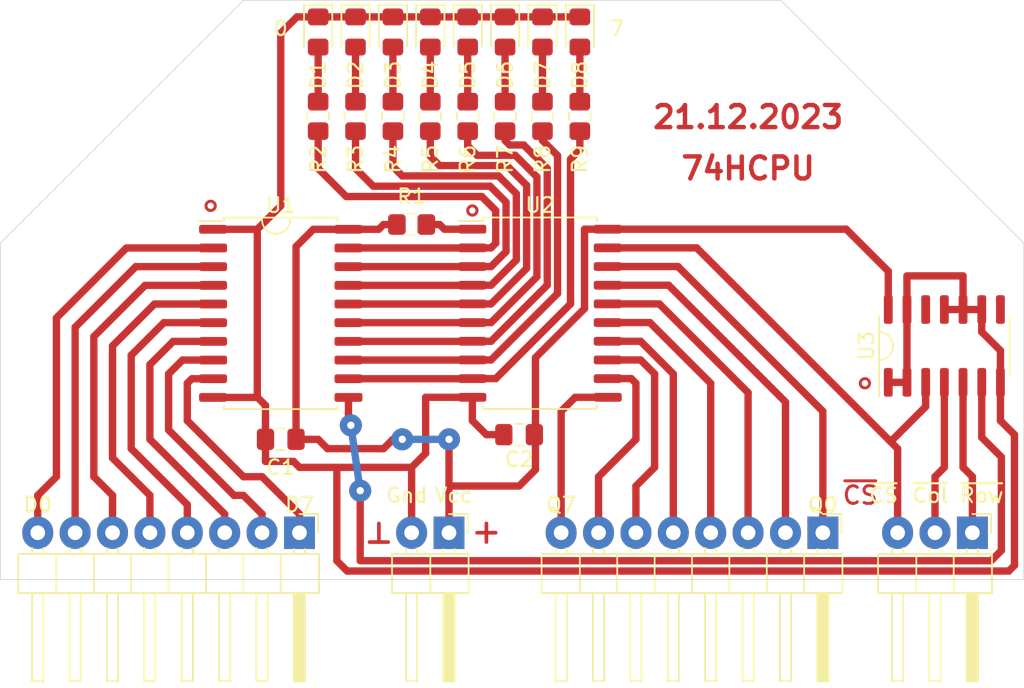
<source format=kicad_pcb>
(kicad_pcb (version 20171130) (host pcbnew "(5.1.8)-1")

  (general
    (thickness 1.6)
    (drawings 25)
    (tracks 251)
    (zones 0)
    (modules 26)
    (nets 42)
  )

  (page A4 portrait)
  (layers
    (0 F.Cu signal)
    (31 B.Cu signal)
    (32 B.Adhes user)
    (33 F.Adhes user)
    (34 B.Paste user)
    (35 F.Paste user)
    (36 B.SilkS user)
    (37 F.SilkS user)
    (38 B.Mask user)
    (39 F.Mask user)
    (40 Dwgs.User user)
    (41 Cmts.User user)
    (42 Eco1.User user)
    (43 Eco2.User user)
    (44 Edge.Cuts user)
    (45 Margin user)
    (46 B.CrtYd user)
    (47 F.CrtYd user)
    (48 B.Fab user)
    (49 F.Fab user)
  )

  (setup
    (last_trace_width 0.5)
    (user_trace_width 0.5)
    (user_trace_width 0.6)
    (trace_clearance 0.2)
    (zone_clearance 0.508)
    (zone_45_only no)
    (trace_min 0.2)
    (via_size 0.8)
    (via_drill 0.4)
    (via_min_size 0.4)
    (via_min_drill 0.3)
    (user_via 1.5 0.5)
    (uvia_size 0.3)
    (uvia_drill 0.1)
    (uvias_allowed no)
    (uvia_min_size 0.2)
    (uvia_min_drill 0.1)
    (edge_width 0.05)
    (segment_width 0.2)
    (pcb_text_width 0.3)
    (pcb_text_size 1.5 1.5)
    (mod_edge_width 0.12)
    (mod_text_size 1 1)
    (mod_text_width 0.15)
    (pad_size 1.524 1.524)
    (pad_drill 0.762)
    (pad_to_mask_clearance 0)
    (aux_axis_origin 0 0)
    (visible_elements 7FFFFFFF)
    (pcbplotparams
      (layerselection 0x010f0_ffffffff)
      (usegerberextensions false)
      (usegerberattributes true)
      (usegerberadvancedattributes true)
      (creategerberjobfile false)
      (excludeedgelayer true)
      (linewidth 0.100000)
      (plotframeref false)
      (viasonmask false)
      (mode 1)
      (useauxorigin false)
      (hpglpennumber 1)
      (hpglpenspeed 20)
      (hpglpendiameter 15.000000)
      (psnegative false)
      (psa4output false)
      (plotreference true)
      (plotvalue true)
      (plotinvisibletext false)
      (padsonsilk false)
      (subtractmaskfromsilk false)
      (outputformat 1)
      (mirror false)
      (drillshape 0)
      (scaleselection 1)
      (outputdirectory "gerber/"))
  )

  (net 0 "")
  (net 1 VCC)
  (net 2 GND)
  (net 3 /D7)
  (net 4 /D6)
  (net 5 /D5)
  (net 6 /D4)
  (net 7 /D3)
  (net 8 /D2)
  (net 9 /D1)
  (net 10 /D0)
  (net 11 /Q0)
  (net 12 /Q1)
  (net 13 /Q2)
  (net 14 /Q3)
  (net 15 /Q4)
  (net 16 /Q5)
  (net 17 /Q6)
  (net 18 /Q7)
  (net 19 "Net-(U1-Pad11)")
  (net 20 /~Row)
  (net 21 /~Col)
  (net 22 /~CS)
  (net 23 "Net-(D1-Pad2)")
  (net 24 "Net-(D2-Pad2)")
  (net 25 "Net-(D3-Pad2)")
  (net 26 "Net-(D4-Pad2)")
  (net 27 "Net-(D5-Pad2)")
  (net 28 "Net-(D6-Pad2)")
  (net 29 "Net-(D7-Pad2)")
  (net 30 "Net-(D8-Pad2)")
  (net 31 "Net-(R1-Pad1)")
  (net 32 /L0)
  (net 33 /L1)
  (net 34 /L2)
  (net 35 /L3)
  (net 36 /L4)
  (net 37 /L5)
  (net 38 /L6)
  (net 39 /L7)
  (net 40 "Net-(U3-Pad8)")
  (net 41 "Net-(U3-Pad12)")

  (net_class Default "This is the default net class."
    (clearance 0.2)
    (trace_width 0.25)
    (via_dia 0.8)
    (via_drill 0.4)
    (uvia_dia 0.3)
    (uvia_drill 0.1)
    (add_net /D0)
    (add_net /D1)
    (add_net /D2)
    (add_net /D3)
    (add_net /D4)
    (add_net /D5)
    (add_net /D6)
    (add_net /D7)
    (add_net /L0)
    (add_net /L1)
    (add_net /L2)
    (add_net /L3)
    (add_net /L4)
    (add_net /L5)
    (add_net /L6)
    (add_net /L7)
    (add_net /Q0)
    (add_net /Q1)
    (add_net /Q2)
    (add_net /Q3)
    (add_net /Q4)
    (add_net /Q5)
    (add_net /Q6)
    (add_net /Q7)
    (add_net /~CS)
    (add_net /~Col)
    (add_net /~Row)
    (add_net GND)
    (add_net "Net-(D1-Pad2)")
    (add_net "Net-(D2-Pad2)")
    (add_net "Net-(D3-Pad2)")
    (add_net "Net-(D4-Pad2)")
    (add_net "Net-(D5-Pad2)")
    (add_net "Net-(D6-Pad2)")
    (add_net "Net-(D7-Pad2)")
    (add_net "Net-(D8-Pad2)")
    (add_net "Net-(R1-Pad1)")
    (add_net "Net-(U1-Pad11)")
    (add_net "Net-(U3-Pad12)")
    (add_net "Net-(U3-Pad8)")
    (add_net VCC)
  )

  (module Capacitor_SMD:C_0805_2012Metric_Pad1.18x1.45mm_HandSolder (layer F.Cu) (tedit 5F68FEEF) (tstamp 636EB57C)
    (at 86.0425 46.6725 180)
    (descr "Capacitor SMD 0805 (2012 Metric), square (rectangular) end terminal, IPC_7351 nominal with elongated pad for handsoldering. (Body size source: IPC-SM-782 page 76, https://www.pcb-3d.com/wordpress/wp-content/uploads/ipc-sm-782a_amendment_1_and_2.pdf, https://docs.google.com/spreadsheets/d/1BsfQQcO9C6DZCsRaXUlFlo91Tg2WpOkGARC1WS5S8t0/edit?usp=sharing), generated with kicad-footprint-generator")
    (tags "capacitor handsolder")
    (path /636EBD1D)
    (attr smd)
    (fp_text reference C2 (at 0 -1.68) (layer F.SilkS)
      (effects (font (size 1 1) (thickness 0.15)))
    )
    (fp_text value 0.1uF (at 0 1.68) (layer F.Fab)
      (effects (font (size 1 1) (thickness 0.15)))
    )
    (fp_line (start -1 0.625) (end -1 -0.625) (layer F.Fab) (width 0.1))
    (fp_line (start -1 -0.625) (end 1 -0.625) (layer F.Fab) (width 0.1))
    (fp_line (start 1 -0.625) (end 1 0.625) (layer F.Fab) (width 0.1))
    (fp_line (start 1 0.625) (end -1 0.625) (layer F.Fab) (width 0.1))
    (fp_line (start -0.261252 -0.735) (end 0.261252 -0.735) (layer F.SilkS) (width 0.12))
    (fp_line (start -0.261252 0.735) (end 0.261252 0.735) (layer F.SilkS) (width 0.12))
    (fp_line (start -1.88 0.98) (end -1.88 -0.98) (layer F.CrtYd) (width 0.05))
    (fp_line (start -1.88 -0.98) (end 1.88 -0.98) (layer F.CrtYd) (width 0.05))
    (fp_line (start 1.88 -0.98) (end 1.88 0.98) (layer F.CrtYd) (width 0.05))
    (fp_line (start 1.88 0.98) (end -1.88 0.98) (layer F.CrtYd) (width 0.05))
    (fp_text user %R (at 0 0) (layer F.Fab)
      (effects (font (size 0.5 0.5) (thickness 0.08)))
    )
    (pad 2 smd roundrect (at 1.0375 0 180) (size 1.175 1.45) (layers F.Cu F.Paste F.Mask) (roundrect_rratio 0.2127659574468085)
      (net 2 GND))
    (pad 1 smd roundrect (at -1.0375 0 180) (size 1.175 1.45) (layers F.Cu F.Paste F.Mask) (roundrect_rratio 0.2127659574468085)
      (net 1 VCC))
    (model ${KISYS3DMOD}/Capacitor_SMD.3dshapes/C_0805_2012Metric.wrl
      (at (xyz 0 0 0))
      (scale (xyz 1 1 1))
      (rotate (xyz 0 0 0))
    )
  )

  (module Resistor_SMD:R_0805_2012Metric_Pad1.20x1.40mm_HandSolder (layer F.Cu) (tedit 5F68FEEE) (tstamp 63558288)
    (at 90.17 25.035 90)
    (descr "Resistor SMD 0805 (2012 Metric), square (rectangular) end terminal, IPC_7351 nominal with elongated pad for handsoldering. (Body size source: IPC-SM-782 page 72, https://www.pcb-3d.com/wordpress/wp-content/uploads/ipc-sm-782a_amendment_1_and_2.pdf), generated with kicad-footprint-generator")
    (tags "resistor handsolder")
    (path /6357BAE6)
    (attr smd)
    (fp_text reference R9 (at -2.905 0 90) (layer F.SilkS)
      (effects (font (size 1 1) (thickness 0.15)))
    )
    (fp_text value 1k (at 0 1.65 90) (layer F.Fab)
      (effects (font (size 1 1) (thickness 0.15)))
    )
    (fp_line (start 1.85 0.95) (end -1.85 0.95) (layer F.CrtYd) (width 0.05))
    (fp_line (start 1.85 -0.95) (end 1.85 0.95) (layer F.CrtYd) (width 0.05))
    (fp_line (start -1.85 -0.95) (end 1.85 -0.95) (layer F.CrtYd) (width 0.05))
    (fp_line (start -1.85 0.95) (end -1.85 -0.95) (layer F.CrtYd) (width 0.05))
    (fp_line (start -0.227064 0.735) (end 0.227064 0.735) (layer F.SilkS) (width 0.12))
    (fp_line (start -0.227064 -0.735) (end 0.227064 -0.735) (layer F.SilkS) (width 0.12))
    (fp_line (start 1 0.625) (end -1 0.625) (layer F.Fab) (width 0.1))
    (fp_line (start 1 -0.625) (end 1 0.625) (layer F.Fab) (width 0.1))
    (fp_line (start -1 -0.625) (end 1 -0.625) (layer F.Fab) (width 0.1))
    (fp_line (start -1 0.625) (end -1 -0.625) (layer F.Fab) (width 0.1))
    (fp_text user %R (at 0 0 90) (layer F.Fab)
      (effects (font (size 0.5 0.5) (thickness 0.08)))
    )
    (pad 2 smd roundrect (at 1 0 90) (size 1.2 1.4) (layers F.Cu F.Paste F.Mask) (roundrect_rratio 0.2083325)
      (net 30 "Net-(D8-Pad2)"))
    (pad 1 smd roundrect (at -1 0 90) (size 1.2 1.4) (layers F.Cu F.Paste F.Mask) (roundrect_rratio 0.2083325)
      (net 39 /L7))
    (model ${KISYS3DMOD}/Resistor_SMD.3dshapes/R_0805_2012Metric.wrl
      (at (xyz 0 0 0))
      (scale (xyz 1 1 1))
      (rotate (xyz 0 0 0))
    )
  )

  (module Resistor_SMD:R_0805_2012Metric_Pad1.20x1.40mm_HandSolder (layer F.Cu) (tedit 5F68FEEE) (tstamp 63558277)
    (at 87.63 25.035 90)
    (descr "Resistor SMD 0805 (2012 Metric), square (rectangular) end terminal, IPC_7351 nominal with elongated pad for handsoldering. (Body size source: IPC-SM-782 page 72, https://www.pcb-3d.com/wordpress/wp-content/uploads/ipc-sm-782a_amendment_1_and_2.pdf), generated with kicad-footprint-generator")
    (tags "resistor handsolder")
    (path /6357BAD4)
    (attr smd)
    (fp_text reference R8 (at -2.905 0 90) (layer F.SilkS)
      (effects (font (size 1 1) (thickness 0.15)))
    )
    (fp_text value 1k (at 0 1.65 90) (layer F.Fab)
      (effects (font (size 1 1) (thickness 0.15)))
    )
    (fp_line (start 1.85 0.95) (end -1.85 0.95) (layer F.CrtYd) (width 0.05))
    (fp_line (start 1.85 -0.95) (end 1.85 0.95) (layer F.CrtYd) (width 0.05))
    (fp_line (start -1.85 -0.95) (end 1.85 -0.95) (layer F.CrtYd) (width 0.05))
    (fp_line (start -1.85 0.95) (end -1.85 -0.95) (layer F.CrtYd) (width 0.05))
    (fp_line (start -0.227064 0.735) (end 0.227064 0.735) (layer F.SilkS) (width 0.12))
    (fp_line (start -0.227064 -0.735) (end 0.227064 -0.735) (layer F.SilkS) (width 0.12))
    (fp_line (start 1 0.625) (end -1 0.625) (layer F.Fab) (width 0.1))
    (fp_line (start 1 -0.625) (end 1 0.625) (layer F.Fab) (width 0.1))
    (fp_line (start -1 -0.625) (end 1 -0.625) (layer F.Fab) (width 0.1))
    (fp_line (start -1 0.625) (end -1 -0.625) (layer F.Fab) (width 0.1))
    (fp_text user %R (at 0 0 90) (layer F.Fab)
      (effects (font (size 0.5 0.5) (thickness 0.08)))
    )
    (pad 2 smd roundrect (at 1 0 90) (size 1.2 1.4) (layers F.Cu F.Paste F.Mask) (roundrect_rratio 0.2083325)
      (net 29 "Net-(D7-Pad2)"))
    (pad 1 smd roundrect (at -1 0 90) (size 1.2 1.4) (layers F.Cu F.Paste F.Mask) (roundrect_rratio 0.2083325)
      (net 38 /L6))
    (model ${KISYS3DMOD}/Resistor_SMD.3dshapes/R_0805_2012Metric.wrl
      (at (xyz 0 0 0))
      (scale (xyz 1 1 1))
      (rotate (xyz 0 0 0))
    )
  )

  (module Resistor_SMD:R_0805_2012Metric_Pad1.20x1.40mm_HandSolder (layer F.Cu) (tedit 5F68FEEE) (tstamp 63558266)
    (at 85.09 25.035 90)
    (descr "Resistor SMD 0805 (2012 Metric), square (rectangular) end terminal, IPC_7351 nominal with elongated pad for handsoldering. (Body size source: IPC-SM-782 page 72, https://www.pcb-3d.com/wordpress/wp-content/uploads/ipc-sm-782a_amendment_1_and_2.pdf), generated with kicad-footprint-generator")
    (tags "resistor handsolder")
    (path /6357BAC2)
    (attr smd)
    (fp_text reference R7 (at -2.905 0 90) (layer F.SilkS)
      (effects (font (size 1 1) (thickness 0.15)))
    )
    (fp_text value 1k (at 0 1.65 90) (layer F.Fab)
      (effects (font (size 1 1) (thickness 0.15)))
    )
    (fp_line (start 1.85 0.95) (end -1.85 0.95) (layer F.CrtYd) (width 0.05))
    (fp_line (start 1.85 -0.95) (end 1.85 0.95) (layer F.CrtYd) (width 0.05))
    (fp_line (start -1.85 -0.95) (end 1.85 -0.95) (layer F.CrtYd) (width 0.05))
    (fp_line (start -1.85 0.95) (end -1.85 -0.95) (layer F.CrtYd) (width 0.05))
    (fp_line (start -0.227064 0.735) (end 0.227064 0.735) (layer F.SilkS) (width 0.12))
    (fp_line (start -0.227064 -0.735) (end 0.227064 -0.735) (layer F.SilkS) (width 0.12))
    (fp_line (start 1 0.625) (end -1 0.625) (layer F.Fab) (width 0.1))
    (fp_line (start 1 -0.625) (end 1 0.625) (layer F.Fab) (width 0.1))
    (fp_line (start -1 -0.625) (end 1 -0.625) (layer F.Fab) (width 0.1))
    (fp_line (start -1 0.625) (end -1 -0.625) (layer F.Fab) (width 0.1))
    (fp_text user %R (at 0 0 90) (layer F.Fab)
      (effects (font (size 0.5 0.5) (thickness 0.08)))
    )
    (pad 2 smd roundrect (at 1 0 90) (size 1.2 1.4) (layers F.Cu F.Paste F.Mask) (roundrect_rratio 0.2083325)
      (net 28 "Net-(D6-Pad2)"))
    (pad 1 smd roundrect (at -1 0 90) (size 1.2 1.4) (layers F.Cu F.Paste F.Mask) (roundrect_rratio 0.2083325)
      (net 37 /L5))
    (model ${KISYS3DMOD}/Resistor_SMD.3dshapes/R_0805_2012Metric.wrl
      (at (xyz 0 0 0))
      (scale (xyz 1 1 1))
      (rotate (xyz 0 0 0))
    )
  )

  (module Resistor_SMD:R_0805_2012Metric_Pad1.20x1.40mm_HandSolder (layer F.Cu) (tedit 5F68FEEE) (tstamp 63558255)
    (at 82.55 25.035 90)
    (descr "Resistor SMD 0805 (2012 Metric), square (rectangular) end terminal, IPC_7351 nominal with elongated pad for handsoldering. (Body size source: IPC-SM-782 page 72, https://www.pcb-3d.com/wordpress/wp-content/uploads/ipc-sm-782a_amendment_1_and_2.pdf), generated with kicad-footprint-generator")
    (tags "resistor handsolder")
    (path /6357BAB0)
    (attr smd)
    (fp_text reference R6 (at -2.905 0 90) (layer F.SilkS)
      (effects (font (size 1 1) (thickness 0.15)))
    )
    (fp_text value 1k (at 0 1.65 90) (layer F.Fab)
      (effects (font (size 1 1) (thickness 0.15)))
    )
    (fp_line (start 1.85 0.95) (end -1.85 0.95) (layer F.CrtYd) (width 0.05))
    (fp_line (start 1.85 -0.95) (end 1.85 0.95) (layer F.CrtYd) (width 0.05))
    (fp_line (start -1.85 -0.95) (end 1.85 -0.95) (layer F.CrtYd) (width 0.05))
    (fp_line (start -1.85 0.95) (end -1.85 -0.95) (layer F.CrtYd) (width 0.05))
    (fp_line (start -0.227064 0.735) (end 0.227064 0.735) (layer F.SilkS) (width 0.12))
    (fp_line (start -0.227064 -0.735) (end 0.227064 -0.735) (layer F.SilkS) (width 0.12))
    (fp_line (start 1 0.625) (end -1 0.625) (layer F.Fab) (width 0.1))
    (fp_line (start 1 -0.625) (end 1 0.625) (layer F.Fab) (width 0.1))
    (fp_line (start -1 -0.625) (end 1 -0.625) (layer F.Fab) (width 0.1))
    (fp_line (start -1 0.625) (end -1 -0.625) (layer F.Fab) (width 0.1))
    (fp_text user %R (at 0 0 90) (layer F.Fab)
      (effects (font (size 0.5 0.5) (thickness 0.08)))
    )
    (pad 2 smd roundrect (at 1 0 90) (size 1.2 1.4) (layers F.Cu F.Paste F.Mask) (roundrect_rratio 0.2083325)
      (net 27 "Net-(D5-Pad2)"))
    (pad 1 smd roundrect (at -1 0 90) (size 1.2 1.4) (layers F.Cu F.Paste F.Mask) (roundrect_rratio 0.2083325)
      (net 36 /L4))
    (model ${KISYS3DMOD}/Resistor_SMD.3dshapes/R_0805_2012Metric.wrl
      (at (xyz 0 0 0))
      (scale (xyz 1 1 1))
      (rotate (xyz 0 0 0))
    )
  )

  (module Resistor_SMD:R_0805_2012Metric_Pad1.20x1.40mm_HandSolder (layer F.Cu) (tedit 5F68FEEE) (tstamp 63558244)
    (at 80.01 25.035 90)
    (descr "Resistor SMD 0805 (2012 Metric), square (rectangular) end terminal, IPC_7351 nominal with elongated pad for handsoldering. (Body size source: IPC-SM-782 page 72, https://www.pcb-3d.com/wordpress/wp-content/uploads/ipc-sm-782a_amendment_1_and_2.pdf), generated with kicad-footprint-generator")
    (tags "resistor handsolder")
    (path /63577066)
    (attr smd)
    (fp_text reference R5 (at -2.905 0 90) (layer F.SilkS)
      (effects (font (size 1 1) (thickness 0.15)))
    )
    (fp_text value 1k (at 0 1.65 90) (layer F.Fab)
      (effects (font (size 1 1) (thickness 0.15)))
    )
    (fp_line (start 1.85 0.95) (end -1.85 0.95) (layer F.CrtYd) (width 0.05))
    (fp_line (start 1.85 -0.95) (end 1.85 0.95) (layer F.CrtYd) (width 0.05))
    (fp_line (start -1.85 -0.95) (end 1.85 -0.95) (layer F.CrtYd) (width 0.05))
    (fp_line (start -1.85 0.95) (end -1.85 -0.95) (layer F.CrtYd) (width 0.05))
    (fp_line (start -0.227064 0.735) (end 0.227064 0.735) (layer F.SilkS) (width 0.12))
    (fp_line (start -0.227064 -0.735) (end 0.227064 -0.735) (layer F.SilkS) (width 0.12))
    (fp_line (start 1 0.625) (end -1 0.625) (layer F.Fab) (width 0.1))
    (fp_line (start 1 -0.625) (end 1 0.625) (layer F.Fab) (width 0.1))
    (fp_line (start -1 -0.625) (end 1 -0.625) (layer F.Fab) (width 0.1))
    (fp_line (start -1 0.625) (end -1 -0.625) (layer F.Fab) (width 0.1))
    (fp_text user %R (at 0 0 90) (layer F.Fab)
      (effects (font (size 0.5 0.5) (thickness 0.08)))
    )
    (pad 2 smd roundrect (at 1 0 90) (size 1.2 1.4) (layers F.Cu F.Paste F.Mask) (roundrect_rratio 0.2083325)
      (net 26 "Net-(D4-Pad2)"))
    (pad 1 smd roundrect (at -1 0 90) (size 1.2 1.4) (layers F.Cu F.Paste F.Mask) (roundrect_rratio 0.2083325)
      (net 35 /L3))
    (model ${KISYS3DMOD}/Resistor_SMD.3dshapes/R_0805_2012Metric.wrl
      (at (xyz 0 0 0))
      (scale (xyz 1 1 1))
      (rotate (xyz 0 0 0))
    )
  )

  (module Resistor_SMD:R_0805_2012Metric_Pad1.20x1.40mm_HandSolder (layer F.Cu) (tedit 5F68FEEE) (tstamp 63558233)
    (at 77.47 25.035 90)
    (descr "Resistor SMD 0805 (2012 Metric), square (rectangular) end terminal, IPC_7351 nominal with elongated pad for handsoldering. (Body size source: IPC-SM-782 page 72, https://www.pcb-3d.com/wordpress/wp-content/uploads/ipc-sm-782a_amendment_1_and_2.pdf), generated with kicad-footprint-generator")
    (tags "resistor handsolder")
    (path /635717BE)
    (attr smd)
    (fp_text reference R4 (at -2.905 0 90) (layer F.SilkS)
      (effects (font (size 1 1) (thickness 0.15)))
    )
    (fp_text value 1k (at 0 1.65 90) (layer F.Fab)
      (effects (font (size 1 1) (thickness 0.15)))
    )
    (fp_line (start 1.85 0.95) (end -1.85 0.95) (layer F.CrtYd) (width 0.05))
    (fp_line (start 1.85 -0.95) (end 1.85 0.95) (layer F.CrtYd) (width 0.05))
    (fp_line (start -1.85 -0.95) (end 1.85 -0.95) (layer F.CrtYd) (width 0.05))
    (fp_line (start -1.85 0.95) (end -1.85 -0.95) (layer F.CrtYd) (width 0.05))
    (fp_line (start -0.227064 0.735) (end 0.227064 0.735) (layer F.SilkS) (width 0.12))
    (fp_line (start -0.227064 -0.735) (end 0.227064 -0.735) (layer F.SilkS) (width 0.12))
    (fp_line (start 1 0.625) (end -1 0.625) (layer F.Fab) (width 0.1))
    (fp_line (start 1 -0.625) (end 1 0.625) (layer F.Fab) (width 0.1))
    (fp_line (start -1 -0.625) (end 1 -0.625) (layer F.Fab) (width 0.1))
    (fp_line (start -1 0.625) (end -1 -0.625) (layer F.Fab) (width 0.1))
    (fp_text user %R (at 0 0 90) (layer F.Fab)
      (effects (font (size 0.5 0.5) (thickness 0.08)))
    )
    (pad 2 smd roundrect (at 1 0 90) (size 1.2 1.4) (layers F.Cu F.Paste F.Mask) (roundrect_rratio 0.2083325)
      (net 25 "Net-(D3-Pad2)"))
    (pad 1 smd roundrect (at -1 0 90) (size 1.2 1.4) (layers F.Cu F.Paste F.Mask) (roundrect_rratio 0.2083325)
      (net 34 /L2))
    (model ${KISYS3DMOD}/Resistor_SMD.3dshapes/R_0805_2012Metric.wrl
      (at (xyz 0 0 0))
      (scale (xyz 1 1 1))
      (rotate (xyz 0 0 0))
    )
  )

  (module Resistor_SMD:R_0805_2012Metric_Pad1.20x1.40mm_HandSolder (layer F.Cu) (tedit 5F68FEEE) (tstamp 63558222)
    (at 74.93 25.035 90)
    (descr "Resistor SMD 0805 (2012 Metric), square (rectangular) end terminal, IPC_7351 nominal with elongated pad for handsoldering. (Body size source: IPC-SM-782 page 72, https://www.pcb-3d.com/wordpress/wp-content/uploads/ipc-sm-782a_amendment_1_and_2.pdf), generated with kicad-footprint-generator")
    (tags "resistor handsolder")
    (path /6357062C)
    (attr smd)
    (fp_text reference R3 (at -2.905 0 90) (layer F.SilkS)
      (effects (font (size 1 1) (thickness 0.15)))
    )
    (fp_text value 1k (at 0 1.65 90) (layer F.Fab)
      (effects (font (size 1 1) (thickness 0.15)))
    )
    (fp_line (start 1.85 0.95) (end -1.85 0.95) (layer F.CrtYd) (width 0.05))
    (fp_line (start 1.85 -0.95) (end 1.85 0.95) (layer F.CrtYd) (width 0.05))
    (fp_line (start -1.85 -0.95) (end 1.85 -0.95) (layer F.CrtYd) (width 0.05))
    (fp_line (start -1.85 0.95) (end -1.85 -0.95) (layer F.CrtYd) (width 0.05))
    (fp_line (start -0.227064 0.735) (end 0.227064 0.735) (layer F.SilkS) (width 0.12))
    (fp_line (start -0.227064 -0.735) (end 0.227064 -0.735) (layer F.SilkS) (width 0.12))
    (fp_line (start 1 0.625) (end -1 0.625) (layer F.Fab) (width 0.1))
    (fp_line (start 1 -0.625) (end 1 0.625) (layer F.Fab) (width 0.1))
    (fp_line (start -1 -0.625) (end 1 -0.625) (layer F.Fab) (width 0.1))
    (fp_line (start -1 0.625) (end -1 -0.625) (layer F.Fab) (width 0.1))
    (fp_text user %R (at 0 0 90) (layer F.Fab)
      (effects (font (size 0.5 0.5) (thickness 0.08)))
    )
    (pad 2 smd roundrect (at 1 0 90) (size 1.2 1.4) (layers F.Cu F.Paste F.Mask) (roundrect_rratio 0.2083325)
      (net 24 "Net-(D2-Pad2)"))
    (pad 1 smd roundrect (at -1 0 90) (size 1.2 1.4) (layers F.Cu F.Paste F.Mask) (roundrect_rratio 0.2083325)
      (net 33 /L1))
    (model ${KISYS3DMOD}/Resistor_SMD.3dshapes/R_0805_2012Metric.wrl
      (at (xyz 0 0 0))
      (scale (xyz 1 1 1))
      (rotate (xyz 0 0 0))
    )
  )

  (module Resistor_SMD:R_0805_2012Metric_Pad1.20x1.40mm_HandSolder (layer F.Cu) (tedit 5F68FEEE) (tstamp 63558211)
    (at 72.39 25.035 90)
    (descr "Resistor SMD 0805 (2012 Metric), square (rectangular) end terminal, IPC_7351 nominal with elongated pad for handsoldering. (Body size source: IPC-SM-782 page 72, https://www.pcb-3d.com/wordpress/wp-content/uploads/ipc-sm-782a_amendment_1_and_2.pdf), generated with kicad-footprint-generator")
    (tags "resistor handsolder")
    (path /6356A96D)
    (attr smd)
    (fp_text reference R2 (at -2.905 0 90) (layer F.SilkS)
      (effects (font (size 1 1) (thickness 0.15)))
    )
    (fp_text value 1k (at 0 1.65 90) (layer F.Fab)
      (effects (font (size 1 1) (thickness 0.15)))
    )
    (fp_line (start 1.85 0.95) (end -1.85 0.95) (layer F.CrtYd) (width 0.05))
    (fp_line (start 1.85 -0.95) (end 1.85 0.95) (layer F.CrtYd) (width 0.05))
    (fp_line (start -1.85 -0.95) (end 1.85 -0.95) (layer F.CrtYd) (width 0.05))
    (fp_line (start -1.85 0.95) (end -1.85 -0.95) (layer F.CrtYd) (width 0.05))
    (fp_line (start -0.227064 0.735) (end 0.227064 0.735) (layer F.SilkS) (width 0.12))
    (fp_line (start -0.227064 -0.735) (end 0.227064 -0.735) (layer F.SilkS) (width 0.12))
    (fp_line (start 1 0.625) (end -1 0.625) (layer F.Fab) (width 0.1))
    (fp_line (start 1 -0.625) (end 1 0.625) (layer F.Fab) (width 0.1))
    (fp_line (start -1 -0.625) (end 1 -0.625) (layer F.Fab) (width 0.1))
    (fp_line (start -1 0.625) (end -1 -0.625) (layer F.Fab) (width 0.1))
    (fp_text user %R (at 0 0 90) (layer F.Fab)
      (effects (font (size 0.5 0.5) (thickness 0.08)))
    )
    (pad 2 smd roundrect (at 1 0 90) (size 1.2 1.4) (layers F.Cu F.Paste F.Mask) (roundrect_rratio 0.2083325)
      (net 23 "Net-(D1-Pad2)"))
    (pad 1 smd roundrect (at -1 0 90) (size 1.2 1.4) (layers F.Cu F.Paste F.Mask) (roundrect_rratio 0.2083325)
      (net 32 /L0))
    (model ${KISYS3DMOD}/Resistor_SMD.3dshapes/R_0805_2012Metric.wrl
      (at (xyz 0 0 0))
      (scale (xyz 1 1 1))
      (rotate (xyz 0 0 0))
    )
  )

  (module Resistor_SMD:R_0805_2012Metric_Pad1.20x1.40mm_HandSolder (layer F.Cu) (tedit 5F68FEEE) (tstamp 63558200)
    (at 78.74 32.385 180)
    (descr "Resistor SMD 0805 (2012 Metric), square (rectangular) end terminal, IPC_7351 nominal with elongated pad for handsoldering. (Body size source: IPC-SM-782 page 72, https://www.pcb-3d.com/wordpress/wp-content/uploads/ipc-sm-782a_amendment_1_and_2.pdf), generated with kicad-footprint-generator")
    (tags "resistor handsolder")
    (path /635595B9)
    (attr smd)
    (fp_text reference R1 (at 0 1.905) (layer F.SilkS)
      (effects (font (size 1 1) (thickness 0.15)))
    )
    (fp_text value 10k (at 0 1.65) (layer F.Fab)
      (effects (font (size 1 1) (thickness 0.15)))
    )
    (fp_line (start 1.85 0.95) (end -1.85 0.95) (layer F.CrtYd) (width 0.05))
    (fp_line (start 1.85 -0.95) (end 1.85 0.95) (layer F.CrtYd) (width 0.05))
    (fp_line (start -1.85 -0.95) (end 1.85 -0.95) (layer F.CrtYd) (width 0.05))
    (fp_line (start -1.85 0.95) (end -1.85 -0.95) (layer F.CrtYd) (width 0.05))
    (fp_line (start -0.227064 0.735) (end 0.227064 0.735) (layer F.SilkS) (width 0.12))
    (fp_line (start -0.227064 -0.735) (end 0.227064 -0.735) (layer F.SilkS) (width 0.12))
    (fp_line (start 1 0.625) (end -1 0.625) (layer F.Fab) (width 0.1))
    (fp_line (start 1 -0.625) (end 1 0.625) (layer F.Fab) (width 0.1))
    (fp_line (start -1 -0.625) (end 1 -0.625) (layer F.Fab) (width 0.1))
    (fp_line (start -1 0.625) (end -1 -0.625) (layer F.Fab) (width 0.1))
    (fp_text user %R (at 0 0) (layer F.Fab)
      (effects (font (size 0.5 0.5) (thickness 0.08)))
    )
    (pad 2 smd roundrect (at 1 0 180) (size 1.2 1.4) (layers F.Cu F.Paste F.Mask) (roundrect_rratio 0.2083325)
      (net 1 VCC))
    (pad 1 smd roundrect (at -1 0 180) (size 1.2 1.4) (layers F.Cu F.Paste F.Mask) (roundrect_rratio 0.2083325)
      (net 31 "Net-(R1-Pad1)"))
    (model ${KISYS3DMOD}/Resistor_SMD.3dshapes/R_0805_2012Metric.wrl
      (at (xyz 0 0 0))
      (scale (xyz 1 1 1))
      (rotate (xyz 0 0 0))
    )
  )

  (module LED_SMD:LED_0805_2012Metric_Pad1.15x1.40mm_HandSolder (layer F.Cu) (tedit 5F68FEF1) (tstamp 63557F0D)
    (at 90.17 19.295 270)
    (descr "LED SMD 0805 (2012 Metric), square (rectangular) end terminal, IPC_7351 nominal, (Body size source: https://docs.google.com/spreadsheets/d/1BsfQQcO9C6DZCsRaXUlFlo91Tg2WpOkGARC1WS5S8t0/edit?usp=sharing), generated with kicad-footprint-generator")
    (tags "LED handsolder")
    (path /6357BAEC)
    (attr smd)
    (fp_text reference D8 (at 2.93 0 90) (layer F.SilkS)
      (effects (font (size 1 1) (thickness 0.15)))
    )
    (fp_text value LED (at 0 1.65 90) (layer F.Fab)
      (effects (font (size 1 1) (thickness 0.15)))
    )
    (fp_line (start 1.85 0.95) (end -1.85 0.95) (layer F.CrtYd) (width 0.05))
    (fp_line (start 1.85 -0.95) (end 1.85 0.95) (layer F.CrtYd) (width 0.05))
    (fp_line (start -1.85 -0.95) (end 1.85 -0.95) (layer F.CrtYd) (width 0.05))
    (fp_line (start -1.85 0.95) (end -1.85 -0.95) (layer F.CrtYd) (width 0.05))
    (fp_line (start -1.86 0.96) (end 1 0.96) (layer F.SilkS) (width 0.12))
    (fp_line (start -1.86 -0.96) (end -1.86 0.96) (layer F.SilkS) (width 0.12))
    (fp_line (start 1 -0.96) (end -1.86 -0.96) (layer F.SilkS) (width 0.12))
    (fp_line (start 1 0.6) (end 1 -0.6) (layer F.Fab) (width 0.1))
    (fp_line (start -1 0.6) (end 1 0.6) (layer F.Fab) (width 0.1))
    (fp_line (start -1 -0.3) (end -1 0.6) (layer F.Fab) (width 0.1))
    (fp_line (start -0.7 -0.6) (end -1 -0.3) (layer F.Fab) (width 0.1))
    (fp_line (start 1 -0.6) (end -0.7 -0.6) (layer F.Fab) (width 0.1))
    (fp_text user %R (at 0 0 90) (layer F.Fab)
      (effects (font (size 0.5 0.5) (thickness 0.08)))
    )
    (pad 2 smd roundrect (at 1.025 0 270) (size 1.15 1.4) (layers F.Cu F.Paste F.Mask) (roundrect_rratio 0.2173904347826087)
      (net 30 "Net-(D8-Pad2)"))
    (pad 1 smd roundrect (at -1.025 0 270) (size 1.15 1.4) (layers F.Cu F.Paste F.Mask) (roundrect_rratio 0.2173904347826087)
      (net 2 GND))
    (model ${KISYS3DMOD}/LED_SMD.3dshapes/LED_0805_2012Metric.wrl
      (at (xyz 0 0 0))
      (scale (xyz 1 1 1))
      (rotate (xyz 0 0 0))
    )
  )

  (module LED_SMD:LED_0805_2012Metric_Pad1.15x1.40mm_HandSolder (layer F.Cu) (tedit 5F68FEF1) (tstamp 63557EFA)
    (at 87.63 19.295 270)
    (descr "LED SMD 0805 (2012 Metric), square (rectangular) end terminal, IPC_7351 nominal, (Body size source: https://docs.google.com/spreadsheets/d/1BsfQQcO9C6DZCsRaXUlFlo91Tg2WpOkGARC1WS5S8t0/edit?usp=sharing), generated with kicad-footprint-generator")
    (tags "LED handsolder")
    (path /6357BADA)
    (attr smd)
    (fp_text reference D7 (at 2.93 0 90) (layer F.SilkS)
      (effects (font (size 1 1) (thickness 0.15)))
    )
    (fp_text value LED (at 0 1.65 90) (layer F.Fab)
      (effects (font (size 1 1) (thickness 0.15)))
    )
    (fp_line (start 1.85 0.95) (end -1.85 0.95) (layer F.CrtYd) (width 0.05))
    (fp_line (start 1.85 -0.95) (end 1.85 0.95) (layer F.CrtYd) (width 0.05))
    (fp_line (start -1.85 -0.95) (end 1.85 -0.95) (layer F.CrtYd) (width 0.05))
    (fp_line (start -1.85 0.95) (end -1.85 -0.95) (layer F.CrtYd) (width 0.05))
    (fp_line (start -1.86 0.96) (end 1 0.96) (layer F.SilkS) (width 0.12))
    (fp_line (start -1.86 -0.96) (end -1.86 0.96) (layer F.SilkS) (width 0.12))
    (fp_line (start 1 -0.96) (end -1.86 -0.96) (layer F.SilkS) (width 0.12))
    (fp_line (start 1 0.6) (end 1 -0.6) (layer F.Fab) (width 0.1))
    (fp_line (start -1 0.6) (end 1 0.6) (layer F.Fab) (width 0.1))
    (fp_line (start -1 -0.3) (end -1 0.6) (layer F.Fab) (width 0.1))
    (fp_line (start -0.7 -0.6) (end -1 -0.3) (layer F.Fab) (width 0.1))
    (fp_line (start 1 -0.6) (end -0.7 -0.6) (layer F.Fab) (width 0.1))
    (fp_text user %R (at 0 0 90) (layer F.Fab)
      (effects (font (size 0.5 0.5) (thickness 0.08)))
    )
    (pad 2 smd roundrect (at 1.025 0 270) (size 1.15 1.4) (layers F.Cu F.Paste F.Mask) (roundrect_rratio 0.2173904347826087)
      (net 29 "Net-(D7-Pad2)"))
    (pad 1 smd roundrect (at -1.025 0 270) (size 1.15 1.4) (layers F.Cu F.Paste F.Mask) (roundrect_rratio 0.2173904347826087)
      (net 2 GND))
    (model ${KISYS3DMOD}/LED_SMD.3dshapes/LED_0805_2012Metric.wrl
      (at (xyz 0 0 0))
      (scale (xyz 1 1 1))
      (rotate (xyz 0 0 0))
    )
  )

  (module LED_SMD:LED_0805_2012Metric_Pad1.15x1.40mm_HandSolder (layer F.Cu) (tedit 5F68FEF1) (tstamp 63557EE7)
    (at 85.09 19.295 270)
    (descr "LED SMD 0805 (2012 Metric), square (rectangular) end terminal, IPC_7351 nominal, (Body size source: https://docs.google.com/spreadsheets/d/1BsfQQcO9C6DZCsRaXUlFlo91Tg2WpOkGARC1WS5S8t0/edit?usp=sharing), generated with kicad-footprint-generator")
    (tags "LED handsolder")
    (path /6357BAC8)
    (attr smd)
    (fp_text reference D6 (at 2.93 0 90) (layer F.SilkS)
      (effects (font (size 1 1) (thickness 0.15)))
    )
    (fp_text value LED (at 0 1.65 90) (layer F.Fab)
      (effects (font (size 1 1) (thickness 0.15)))
    )
    (fp_line (start 1.85 0.95) (end -1.85 0.95) (layer F.CrtYd) (width 0.05))
    (fp_line (start 1.85 -0.95) (end 1.85 0.95) (layer F.CrtYd) (width 0.05))
    (fp_line (start -1.85 -0.95) (end 1.85 -0.95) (layer F.CrtYd) (width 0.05))
    (fp_line (start -1.85 0.95) (end -1.85 -0.95) (layer F.CrtYd) (width 0.05))
    (fp_line (start -1.86 0.96) (end 1 0.96) (layer F.SilkS) (width 0.12))
    (fp_line (start -1.86 -0.96) (end -1.86 0.96) (layer F.SilkS) (width 0.12))
    (fp_line (start 1 -0.96) (end -1.86 -0.96) (layer F.SilkS) (width 0.12))
    (fp_line (start 1 0.6) (end 1 -0.6) (layer F.Fab) (width 0.1))
    (fp_line (start -1 0.6) (end 1 0.6) (layer F.Fab) (width 0.1))
    (fp_line (start -1 -0.3) (end -1 0.6) (layer F.Fab) (width 0.1))
    (fp_line (start -0.7 -0.6) (end -1 -0.3) (layer F.Fab) (width 0.1))
    (fp_line (start 1 -0.6) (end -0.7 -0.6) (layer F.Fab) (width 0.1))
    (fp_text user %R (at 0 0 90) (layer F.Fab)
      (effects (font (size 0.5 0.5) (thickness 0.08)))
    )
    (pad 2 smd roundrect (at 1.025 0 270) (size 1.15 1.4) (layers F.Cu F.Paste F.Mask) (roundrect_rratio 0.2173904347826087)
      (net 28 "Net-(D6-Pad2)"))
    (pad 1 smd roundrect (at -1.025 0 270) (size 1.15 1.4) (layers F.Cu F.Paste F.Mask) (roundrect_rratio 0.2173904347826087)
      (net 2 GND))
    (model ${KISYS3DMOD}/LED_SMD.3dshapes/LED_0805_2012Metric.wrl
      (at (xyz 0 0 0))
      (scale (xyz 1 1 1))
      (rotate (xyz 0 0 0))
    )
  )

  (module LED_SMD:LED_0805_2012Metric_Pad1.15x1.40mm_HandSolder (layer F.Cu) (tedit 5F68FEF1) (tstamp 63557ED4)
    (at 82.55 19.295 270)
    (descr "LED SMD 0805 (2012 Metric), square (rectangular) end terminal, IPC_7351 nominal, (Body size source: https://docs.google.com/spreadsheets/d/1BsfQQcO9C6DZCsRaXUlFlo91Tg2WpOkGARC1WS5S8t0/edit?usp=sharing), generated with kicad-footprint-generator")
    (tags "LED handsolder")
    (path /6357BAB6)
    (attr smd)
    (fp_text reference D5 (at 2.93 0 90) (layer F.SilkS)
      (effects (font (size 1 1) (thickness 0.15)))
    )
    (fp_text value LED (at 0 1.65 90) (layer F.Fab)
      (effects (font (size 1 1) (thickness 0.15)))
    )
    (fp_line (start 1.85 0.95) (end -1.85 0.95) (layer F.CrtYd) (width 0.05))
    (fp_line (start 1.85 -0.95) (end 1.85 0.95) (layer F.CrtYd) (width 0.05))
    (fp_line (start -1.85 -0.95) (end 1.85 -0.95) (layer F.CrtYd) (width 0.05))
    (fp_line (start -1.85 0.95) (end -1.85 -0.95) (layer F.CrtYd) (width 0.05))
    (fp_line (start -1.86 0.96) (end 1 0.96) (layer F.SilkS) (width 0.12))
    (fp_line (start -1.86 -0.96) (end -1.86 0.96) (layer F.SilkS) (width 0.12))
    (fp_line (start 1 -0.96) (end -1.86 -0.96) (layer F.SilkS) (width 0.12))
    (fp_line (start 1 0.6) (end 1 -0.6) (layer F.Fab) (width 0.1))
    (fp_line (start -1 0.6) (end 1 0.6) (layer F.Fab) (width 0.1))
    (fp_line (start -1 -0.3) (end -1 0.6) (layer F.Fab) (width 0.1))
    (fp_line (start -0.7 -0.6) (end -1 -0.3) (layer F.Fab) (width 0.1))
    (fp_line (start 1 -0.6) (end -0.7 -0.6) (layer F.Fab) (width 0.1))
    (fp_text user %R (at 0 0 90) (layer F.Fab)
      (effects (font (size 0.5 0.5) (thickness 0.08)))
    )
    (pad 2 smd roundrect (at 1.025 0 270) (size 1.15 1.4) (layers F.Cu F.Paste F.Mask) (roundrect_rratio 0.2173904347826087)
      (net 27 "Net-(D5-Pad2)"))
    (pad 1 smd roundrect (at -1.025 0 270) (size 1.15 1.4) (layers F.Cu F.Paste F.Mask) (roundrect_rratio 0.2173904347826087)
      (net 2 GND))
    (model ${KISYS3DMOD}/LED_SMD.3dshapes/LED_0805_2012Metric.wrl
      (at (xyz 0 0 0))
      (scale (xyz 1 1 1))
      (rotate (xyz 0 0 0))
    )
  )

  (module LED_SMD:LED_0805_2012Metric_Pad1.15x1.40mm_HandSolder (layer F.Cu) (tedit 5F68FEF1) (tstamp 63557EC1)
    (at 80.01 19.295 270)
    (descr "LED SMD 0805 (2012 Metric), square (rectangular) end terminal, IPC_7351 nominal, (Body size source: https://docs.google.com/spreadsheets/d/1BsfQQcO9C6DZCsRaXUlFlo91Tg2WpOkGARC1WS5S8t0/edit?usp=sharing), generated with kicad-footprint-generator")
    (tags "LED handsolder")
    (path /6357706C)
    (attr smd)
    (fp_text reference D4 (at 2.93 0 90) (layer F.SilkS)
      (effects (font (size 1 1) (thickness 0.15)))
    )
    (fp_text value LED (at 0 1.65 90) (layer F.Fab)
      (effects (font (size 1 1) (thickness 0.15)))
    )
    (fp_line (start 1.85 0.95) (end -1.85 0.95) (layer F.CrtYd) (width 0.05))
    (fp_line (start 1.85 -0.95) (end 1.85 0.95) (layer F.CrtYd) (width 0.05))
    (fp_line (start -1.85 -0.95) (end 1.85 -0.95) (layer F.CrtYd) (width 0.05))
    (fp_line (start -1.85 0.95) (end -1.85 -0.95) (layer F.CrtYd) (width 0.05))
    (fp_line (start -1.86 0.96) (end 1 0.96) (layer F.SilkS) (width 0.12))
    (fp_line (start -1.86 -0.96) (end -1.86 0.96) (layer F.SilkS) (width 0.12))
    (fp_line (start 1 -0.96) (end -1.86 -0.96) (layer F.SilkS) (width 0.12))
    (fp_line (start 1 0.6) (end 1 -0.6) (layer F.Fab) (width 0.1))
    (fp_line (start -1 0.6) (end 1 0.6) (layer F.Fab) (width 0.1))
    (fp_line (start -1 -0.3) (end -1 0.6) (layer F.Fab) (width 0.1))
    (fp_line (start -0.7 -0.6) (end -1 -0.3) (layer F.Fab) (width 0.1))
    (fp_line (start 1 -0.6) (end -0.7 -0.6) (layer F.Fab) (width 0.1))
    (fp_text user %R (at 0 0 90) (layer F.Fab)
      (effects (font (size 0.5 0.5) (thickness 0.08)))
    )
    (pad 2 smd roundrect (at 1.025 0 270) (size 1.15 1.4) (layers F.Cu F.Paste F.Mask) (roundrect_rratio 0.2173904347826087)
      (net 26 "Net-(D4-Pad2)"))
    (pad 1 smd roundrect (at -1.025 0 270) (size 1.15 1.4) (layers F.Cu F.Paste F.Mask) (roundrect_rratio 0.2173904347826087)
      (net 2 GND))
    (model ${KISYS3DMOD}/LED_SMD.3dshapes/LED_0805_2012Metric.wrl
      (at (xyz 0 0 0))
      (scale (xyz 1 1 1))
      (rotate (xyz 0 0 0))
    )
  )

  (module LED_SMD:LED_0805_2012Metric_Pad1.15x1.40mm_HandSolder (layer F.Cu) (tedit 5F68FEF1) (tstamp 63557EAE)
    (at 77.47 19.295 270)
    (descr "LED SMD 0805 (2012 Metric), square (rectangular) end terminal, IPC_7351 nominal, (Body size source: https://docs.google.com/spreadsheets/d/1BsfQQcO9C6DZCsRaXUlFlo91Tg2WpOkGARC1WS5S8t0/edit?usp=sharing), generated with kicad-footprint-generator")
    (tags "LED handsolder")
    (path /635717C4)
    (attr smd)
    (fp_text reference D3 (at 2.93 0 90) (layer F.SilkS)
      (effects (font (size 1 1) (thickness 0.15)))
    )
    (fp_text value LED (at 0 1.65 90) (layer F.Fab)
      (effects (font (size 1 1) (thickness 0.15)))
    )
    (fp_line (start 1.85 0.95) (end -1.85 0.95) (layer F.CrtYd) (width 0.05))
    (fp_line (start 1.85 -0.95) (end 1.85 0.95) (layer F.CrtYd) (width 0.05))
    (fp_line (start -1.85 -0.95) (end 1.85 -0.95) (layer F.CrtYd) (width 0.05))
    (fp_line (start -1.85 0.95) (end -1.85 -0.95) (layer F.CrtYd) (width 0.05))
    (fp_line (start -1.86 0.96) (end 1 0.96) (layer F.SilkS) (width 0.12))
    (fp_line (start -1.86 -0.96) (end -1.86 0.96) (layer F.SilkS) (width 0.12))
    (fp_line (start 1 -0.96) (end -1.86 -0.96) (layer F.SilkS) (width 0.12))
    (fp_line (start 1 0.6) (end 1 -0.6) (layer F.Fab) (width 0.1))
    (fp_line (start -1 0.6) (end 1 0.6) (layer F.Fab) (width 0.1))
    (fp_line (start -1 -0.3) (end -1 0.6) (layer F.Fab) (width 0.1))
    (fp_line (start -0.7 -0.6) (end -1 -0.3) (layer F.Fab) (width 0.1))
    (fp_line (start 1 -0.6) (end -0.7 -0.6) (layer F.Fab) (width 0.1))
    (fp_text user %R (at 0 0 90) (layer F.Fab)
      (effects (font (size 0.5 0.5) (thickness 0.08)))
    )
    (pad 2 smd roundrect (at 1.025 0 270) (size 1.15 1.4) (layers F.Cu F.Paste F.Mask) (roundrect_rratio 0.2173904347826087)
      (net 25 "Net-(D3-Pad2)"))
    (pad 1 smd roundrect (at -1.025 0 270) (size 1.15 1.4) (layers F.Cu F.Paste F.Mask) (roundrect_rratio 0.2173904347826087)
      (net 2 GND))
    (model ${KISYS3DMOD}/LED_SMD.3dshapes/LED_0805_2012Metric.wrl
      (at (xyz 0 0 0))
      (scale (xyz 1 1 1))
      (rotate (xyz 0 0 0))
    )
  )

  (module LED_SMD:LED_0805_2012Metric_Pad1.15x1.40mm_HandSolder (layer F.Cu) (tedit 5F68FEF1) (tstamp 63557E9B)
    (at 74.93 19.295 270)
    (descr "LED SMD 0805 (2012 Metric), square (rectangular) end terminal, IPC_7351 nominal, (Body size source: https://docs.google.com/spreadsheets/d/1BsfQQcO9C6DZCsRaXUlFlo91Tg2WpOkGARC1WS5S8t0/edit?usp=sharing), generated with kicad-footprint-generator")
    (tags "LED handsolder")
    (path /63570632)
    (attr smd)
    (fp_text reference D2 (at 2.93 0 90) (layer F.SilkS)
      (effects (font (size 1 1) (thickness 0.15)))
    )
    (fp_text value LED (at 0 1.65 90) (layer F.Fab)
      (effects (font (size 1 1) (thickness 0.15)))
    )
    (fp_line (start 1.85 0.95) (end -1.85 0.95) (layer F.CrtYd) (width 0.05))
    (fp_line (start 1.85 -0.95) (end 1.85 0.95) (layer F.CrtYd) (width 0.05))
    (fp_line (start -1.85 -0.95) (end 1.85 -0.95) (layer F.CrtYd) (width 0.05))
    (fp_line (start -1.85 0.95) (end -1.85 -0.95) (layer F.CrtYd) (width 0.05))
    (fp_line (start -1.86 0.96) (end 1 0.96) (layer F.SilkS) (width 0.12))
    (fp_line (start -1.86 -0.96) (end -1.86 0.96) (layer F.SilkS) (width 0.12))
    (fp_line (start 1 -0.96) (end -1.86 -0.96) (layer F.SilkS) (width 0.12))
    (fp_line (start 1 0.6) (end 1 -0.6) (layer F.Fab) (width 0.1))
    (fp_line (start -1 0.6) (end 1 0.6) (layer F.Fab) (width 0.1))
    (fp_line (start -1 -0.3) (end -1 0.6) (layer F.Fab) (width 0.1))
    (fp_line (start -0.7 -0.6) (end -1 -0.3) (layer F.Fab) (width 0.1))
    (fp_line (start 1 -0.6) (end -0.7 -0.6) (layer F.Fab) (width 0.1))
    (fp_text user %R (at 0 0 90) (layer F.Fab)
      (effects (font (size 0.5 0.5) (thickness 0.08)))
    )
    (pad 2 smd roundrect (at 1.025 0 270) (size 1.15 1.4) (layers F.Cu F.Paste F.Mask) (roundrect_rratio 0.2173904347826087)
      (net 24 "Net-(D2-Pad2)"))
    (pad 1 smd roundrect (at -1.025 0 270) (size 1.15 1.4) (layers F.Cu F.Paste F.Mask) (roundrect_rratio 0.2173904347826087)
      (net 2 GND))
    (model ${KISYS3DMOD}/LED_SMD.3dshapes/LED_0805_2012Metric.wrl
      (at (xyz 0 0 0))
      (scale (xyz 1 1 1))
      (rotate (xyz 0 0 0))
    )
  )

  (module LED_SMD:LED_0805_2012Metric_Pad1.15x1.40mm_HandSolder (layer F.Cu) (tedit 5F68FEF1) (tstamp 63557E88)
    (at 72.39 19.295 270)
    (descr "LED SMD 0805 (2012 Metric), square (rectangular) end terminal, IPC_7351 nominal, (Body size source: https://docs.google.com/spreadsheets/d/1BsfQQcO9C6DZCsRaXUlFlo91Tg2WpOkGARC1WS5S8t0/edit?usp=sharing), generated with kicad-footprint-generator")
    (tags "LED handsolder")
    (path /6356B1AB)
    (attr smd)
    (fp_text reference D1 (at 2.93 0 90) (layer F.SilkS)
      (effects (font (size 1 1) (thickness 0.15)))
    )
    (fp_text value LED (at 0 1.65 90) (layer F.Fab)
      (effects (font (size 1 1) (thickness 0.15)))
    )
    (fp_line (start 1.85 0.95) (end -1.85 0.95) (layer F.CrtYd) (width 0.05))
    (fp_line (start 1.85 -0.95) (end 1.85 0.95) (layer F.CrtYd) (width 0.05))
    (fp_line (start -1.85 -0.95) (end 1.85 -0.95) (layer F.CrtYd) (width 0.05))
    (fp_line (start -1.85 0.95) (end -1.85 -0.95) (layer F.CrtYd) (width 0.05))
    (fp_line (start -1.86 0.96) (end 1 0.96) (layer F.SilkS) (width 0.12))
    (fp_line (start -1.86 -0.96) (end -1.86 0.96) (layer F.SilkS) (width 0.12))
    (fp_line (start 1 -0.96) (end -1.86 -0.96) (layer F.SilkS) (width 0.12))
    (fp_line (start 1 0.6) (end 1 -0.6) (layer F.Fab) (width 0.1))
    (fp_line (start -1 0.6) (end 1 0.6) (layer F.Fab) (width 0.1))
    (fp_line (start -1 -0.3) (end -1 0.6) (layer F.Fab) (width 0.1))
    (fp_line (start -0.7 -0.6) (end -1 -0.3) (layer F.Fab) (width 0.1))
    (fp_line (start 1 -0.6) (end -0.7 -0.6) (layer F.Fab) (width 0.1))
    (fp_text user %R (at 0 0 90) (layer F.Fab)
      (effects (font (size 0.5 0.5) (thickness 0.08)))
    )
    (pad 2 smd roundrect (at 1.025 0 270) (size 1.15 1.4) (layers F.Cu F.Paste F.Mask) (roundrect_rratio 0.2173904347826087)
      (net 23 "Net-(D1-Pad2)"))
    (pad 1 smd roundrect (at -1.025 0 270) (size 1.15 1.4) (layers F.Cu F.Paste F.Mask) (roundrect_rratio 0.2173904347826087)
      (net 2 GND))
    (model ${KISYS3DMOD}/LED_SMD.3dshapes/LED_0805_2012Metric.wrl
      (at (xyz 0 0 0))
      (scale (xyz 1 1 1))
      (rotate (xyz 0 0 0))
    )
  )

  (module Capacitor_SMD:C_0805_2012Metric_Pad1.18x1.45mm_HandSolder (layer F.Cu) (tedit 5F68FEEF) (tstamp 628D51CF)
    (at 69.85 46.99 180)
    (descr "Capacitor SMD 0805 (2012 Metric), square (rectangular) end terminal, IPC_7351 nominal with elongated pad for handsoldering. (Body size source: IPC-SM-782 page 76, https://www.pcb-3d.com/wordpress/wp-content/uploads/ipc-sm-782a_amendment_1_and_2.pdf, https://docs.google.com/spreadsheets/d/1BsfQQcO9C6DZCsRaXUlFlo91Tg2WpOkGARC1WS5S8t0/edit?usp=sharing), generated with kicad-footprint-generator")
    (tags "capacitor handsolder")
    (path /628F1683)
    (attr smd)
    (fp_text reference C1 (at 0 -1.905) (layer F.SilkS)
      (effects (font (size 1 1) (thickness 0.15)))
    )
    (fp_text value 0.1uF (at 0 1.68) (layer F.Fab)
      (effects (font (size 1 1) (thickness 0.15)))
    )
    (fp_line (start -1 0.625) (end -1 -0.625) (layer F.Fab) (width 0.1))
    (fp_line (start -1 -0.625) (end 1 -0.625) (layer F.Fab) (width 0.1))
    (fp_line (start 1 -0.625) (end 1 0.625) (layer F.Fab) (width 0.1))
    (fp_line (start 1 0.625) (end -1 0.625) (layer F.Fab) (width 0.1))
    (fp_line (start -0.261252 -0.735) (end 0.261252 -0.735) (layer F.SilkS) (width 0.12))
    (fp_line (start -0.261252 0.735) (end 0.261252 0.735) (layer F.SilkS) (width 0.12))
    (fp_line (start -1.88 0.98) (end -1.88 -0.98) (layer F.CrtYd) (width 0.05))
    (fp_line (start -1.88 -0.98) (end 1.88 -0.98) (layer F.CrtYd) (width 0.05))
    (fp_line (start 1.88 -0.98) (end 1.88 0.98) (layer F.CrtYd) (width 0.05))
    (fp_line (start 1.88 0.98) (end -1.88 0.98) (layer F.CrtYd) (width 0.05))
    (fp_text user %R (at 0 0) (layer F.Fab)
      (effects (font (size 0.5 0.5) (thickness 0.08)))
    )
    (pad 1 smd roundrect (at -1.0375 0 180) (size 1.175 1.45) (layers F.Cu F.Paste F.Mask) (roundrect_rratio 0.2127659574468085)
      (net 1 VCC))
    (pad 2 smd roundrect (at 1.0375 0 180) (size 1.175 1.45) (layers F.Cu F.Paste F.Mask) (roundrect_rratio 0.2127659574468085)
      (net 2 GND))
    (model ${KISYS3DMOD}/Capacitor_SMD.3dshapes/C_0805_2012Metric.wrl
      (at (xyz 0 0 0))
      (scale (xyz 1 1 1))
      (rotate (xyz 0 0 0))
    )
  )

  (module Connector_PinHeader_2.54mm:PinHeader_1x08_P2.54mm_Horizontal (layer F.Cu) (tedit 59FED5CB) (tstamp 628D5250)
    (at 71.12 53.34 270)
    (descr "Through hole angled pin header, 1x08, 2.54mm pitch, 6mm pin length, single row")
    (tags "Through hole angled pin header THT 1x08 2.54mm single row")
    (path /628F385A)
    (fp_text reference J1 (at 0 -2.54 90) (layer F.SilkS) hide
      (effects (font (size 1 1) (thickness 0.15)))
    )
    (fp_text value Conn_01x08_Male (at 1.905 9.525 180) (layer F.Fab)
      (effects (font (size 1 1) (thickness 0.15)))
    )
    (fp_line (start 2.135 -1.27) (end 4.04 -1.27) (layer F.Fab) (width 0.1))
    (fp_line (start 4.04 -1.27) (end 4.04 19.05) (layer F.Fab) (width 0.1))
    (fp_line (start 4.04 19.05) (end 1.5 19.05) (layer F.Fab) (width 0.1))
    (fp_line (start 1.5 19.05) (end 1.5 -0.635) (layer F.Fab) (width 0.1))
    (fp_line (start 1.5 -0.635) (end 2.135 -1.27) (layer F.Fab) (width 0.1))
    (fp_line (start -0.32 -0.32) (end 1.5 -0.32) (layer F.Fab) (width 0.1))
    (fp_line (start -0.32 -0.32) (end -0.32 0.32) (layer F.Fab) (width 0.1))
    (fp_line (start -0.32 0.32) (end 1.5 0.32) (layer F.Fab) (width 0.1))
    (fp_line (start 4.04 -0.32) (end 10.04 -0.32) (layer F.Fab) (width 0.1))
    (fp_line (start 10.04 -0.32) (end 10.04 0.32) (layer F.Fab) (width 0.1))
    (fp_line (start 4.04 0.32) (end 10.04 0.32) (layer F.Fab) (width 0.1))
    (fp_line (start -0.32 2.22) (end 1.5 2.22) (layer F.Fab) (width 0.1))
    (fp_line (start -0.32 2.22) (end -0.32 2.86) (layer F.Fab) (width 0.1))
    (fp_line (start -0.32 2.86) (end 1.5 2.86) (layer F.Fab) (width 0.1))
    (fp_line (start 4.04 2.22) (end 10.04 2.22) (layer F.Fab) (width 0.1))
    (fp_line (start 10.04 2.22) (end 10.04 2.86) (layer F.Fab) (width 0.1))
    (fp_line (start 4.04 2.86) (end 10.04 2.86) (layer F.Fab) (width 0.1))
    (fp_line (start -0.32 4.76) (end 1.5 4.76) (layer F.Fab) (width 0.1))
    (fp_line (start -0.32 4.76) (end -0.32 5.4) (layer F.Fab) (width 0.1))
    (fp_line (start -0.32 5.4) (end 1.5 5.4) (layer F.Fab) (width 0.1))
    (fp_line (start 4.04 4.76) (end 10.04 4.76) (layer F.Fab) (width 0.1))
    (fp_line (start 10.04 4.76) (end 10.04 5.4) (layer F.Fab) (width 0.1))
    (fp_line (start 4.04 5.4) (end 10.04 5.4) (layer F.Fab) (width 0.1))
    (fp_line (start -0.32 7.3) (end 1.5 7.3) (layer F.Fab) (width 0.1))
    (fp_line (start -0.32 7.3) (end -0.32 7.94) (layer F.Fab) (width 0.1))
    (fp_line (start -0.32 7.94) (end 1.5 7.94) (layer F.Fab) (width 0.1))
    (fp_line (start 4.04 7.3) (end 10.04 7.3) (layer F.Fab) (width 0.1))
    (fp_line (start 10.04 7.3) (end 10.04 7.94) (layer F.Fab) (width 0.1))
    (fp_line (start 4.04 7.94) (end 10.04 7.94) (layer F.Fab) (width 0.1))
    (fp_line (start -0.32 9.84) (end 1.5 9.84) (layer F.Fab) (width 0.1))
    (fp_line (start -0.32 9.84) (end -0.32 10.48) (layer F.Fab) (width 0.1))
    (fp_line (start -0.32 10.48) (end 1.5 10.48) (layer F.Fab) (width 0.1))
    (fp_line (start 4.04 9.84) (end 10.04 9.84) (layer F.Fab) (width 0.1))
    (fp_line (start 10.04 9.84) (end 10.04 10.48) (layer F.Fab) (width 0.1))
    (fp_line (start 4.04 10.48) (end 10.04 10.48) (layer F.Fab) (width 0.1))
    (fp_line (start -0.32 12.38) (end 1.5 12.38) (layer F.Fab) (width 0.1))
    (fp_line (start -0.32 12.38) (end -0.32 13.02) (layer F.Fab) (width 0.1))
    (fp_line (start -0.32 13.02) (end 1.5 13.02) (layer F.Fab) (width 0.1))
    (fp_line (start 4.04 12.38) (end 10.04 12.38) (layer F.Fab) (width 0.1))
    (fp_line (start 10.04 12.38) (end 10.04 13.02) (layer F.Fab) (width 0.1))
    (fp_line (start 4.04 13.02) (end 10.04 13.02) (layer F.Fab) (width 0.1))
    (fp_line (start -0.32 14.92) (end 1.5 14.92) (layer F.Fab) (width 0.1))
    (fp_line (start -0.32 14.92) (end -0.32 15.56) (layer F.Fab) (width 0.1))
    (fp_line (start -0.32 15.56) (end 1.5 15.56) (layer F.Fab) (width 0.1))
    (fp_line (start 4.04 14.92) (end 10.04 14.92) (layer F.Fab) (width 0.1))
    (fp_line (start 10.04 14.92) (end 10.04 15.56) (layer F.Fab) (width 0.1))
    (fp_line (start 4.04 15.56) (end 10.04 15.56) (layer F.Fab) (width 0.1))
    (fp_line (start -0.32 17.46) (end 1.5 17.46) (layer F.Fab) (width 0.1))
    (fp_line (start -0.32 17.46) (end -0.32 18.1) (layer F.Fab) (width 0.1))
    (fp_line (start -0.32 18.1) (end 1.5 18.1) (layer F.Fab) (width 0.1))
    (fp_line (start 4.04 17.46) (end 10.04 17.46) (layer F.Fab) (width 0.1))
    (fp_line (start 10.04 17.46) (end 10.04 18.1) (layer F.Fab) (width 0.1))
    (fp_line (start 4.04 18.1) (end 10.04 18.1) (layer F.Fab) (width 0.1))
    (fp_line (start 1.44 -1.33) (end 1.44 19.11) (layer F.SilkS) (width 0.12))
    (fp_line (start 1.44 19.11) (end 4.1 19.11) (layer F.SilkS) (width 0.12))
    (fp_line (start 4.1 19.11) (end 4.1 -1.33) (layer F.SilkS) (width 0.12))
    (fp_line (start 4.1 -1.33) (end 1.44 -1.33) (layer F.SilkS) (width 0.12))
    (fp_line (start 4.1 -0.38) (end 10.1 -0.38) (layer F.SilkS) (width 0.12))
    (fp_line (start 10.1 -0.38) (end 10.1 0.38) (layer F.SilkS) (width 0.12))
    (fp_line (start 10.1 0.38) (end 4.1 0.38) (layer F.SilkS) (width 0.12))
    (fp_line (start 4.1 -0.32) (end 10.1 -0.32) (layer F.SilkS) (width 0.12))
    (fp_line (start 4.1 -0.2) (end 10.1 -0.2) (layer F.SilkS) (width 0.12))
    (fp_line (start 4.1 -0.08) (end 10.1 -0.08) (layer F.SilkS) (width 0.12))
    (fp_line (start 4.1 0.04) (end 10.1 0.04) (layer F.SilkS) (width 0.12))
    (fp_line (start 4.1 0.16) (end 10.1 0.16) (layer F.SilkS) (width 0.12))
    (fp_line (start 4.1 0.28) (end 10.1 0.28) (layer F.SilkS) (width 0.12))
    (fp_line (start 1.11 -0.38) (end 1.44 -0.38) (layer F.SilkS) (width 0.12))
    (fp_line (start 1.11 0.38) (end 1.44 0.38) (layer F.SilkS) (width 0.12))
    (fp_line (start 1.44 1.27) (end 4.1 1.27) (layer F.SilkS) (width 0.12))
    (fp_line (start 4.1 2.16) (end 10.1 2.16) (layer F.SilkS) (width 0.12))
    (fp_line (start 10.1 2.16) (end 10.1 2.92) (layer F.SilkS) (width 0.12))
    (fp_line (start 10.1 2.92) (end 4.1 2.92) (layer F.SilkS) (width 0.12))
    (fp_line (start 1.042929 2.16) (end 1.44 2.16) (layer F.SilkS) (width 0.12))
    (fp_line (start 1.042929 2.92) (end 1.44 2.92) (layer F.SilkS) (width 0.12))
    (fp_line (start 1.44 3.81) (end 4.1 3.81) (layer F.SilkS) (width 0.12))
    (fp_line (start 4.1 4.7) (end 10.1 4.7) (layer F.SilkS) (width 0.12))
    (fp_line (start 10.1 4.7) (end 10.1 5.46) (layer F.SilkS) (width 0.12))
    (fp_line (start 10.1 5.46) (end 4.1 5.46) (layer F.SilkS) (width 0.12))
    (fp_line (start 1.042929 4.7) (end 1.44 4.7) (layer F.SilkS) (width 0.12))
    (fp_line (start 1.042929 5.46) (end 1.44 5.46) (layer F.SilkS) (width 0.12))
    (fp_line (start 1.44 6.35) (end 4.1 6.35) (layer F.SilkS) (width 0.12))
    (fp_line (start 4.1 7.24) (end 10.1 7.24) (layer F.SilkS) (width 0.12))
    (fp_line (start 10.1 7.24) (end 10.1 8) (layer F.SilkS) (width 0.12))
    (fp_line (start 10.1 8) (end 4.1 8) (layer F.SilkS) (width 0.12))
    (fp_line (start 1.042929 7.24) (end 1.44 7.24) (layer F.SilkS) (width 0.12))
    (fp_line (start 1.042929 8) (end 1.44 8) (layer F.SilkS) (width 0.12))
    (fp_line (start 1.44 8.89) (end 4.1 8.89) (layer F.SilkS) (width 0.12))
    (fp_line (start 4.1 9.78) (end 10.1 9.78) (layer F.SilkS) (width 0.12))
    (fp_line (start 10.1 9.78) (end 10.1 10.54) (layer F.SilkS) (width 0.12))
    (fp_line (start 10.1 10.54) (end 4.1 10.54) (layer F.SilkS) (width 0.12))
    (fp_line (start 1.042929 9.78) (end 1.44 9.78) (layer F.SilkS) (width 0.12))
    (fp_line (start 1.042929 10.54) (end 1.44 10.54) (layer F.SilkS) (width 0.12))
    (fp_line (start 1.44 11.43) (end 4.1 11.43) (layer F.SilkS) (width 0.12))
    (fp_line (start 4.1 12.32) (end 10.1 12.32) (layer F.SilkS) (width 0.12))
    (fp_line (start 10.1 12.32) (end 10.1 13.08) (layer F.SilkS) (width 0.12))
    (fp_line (start 10.1 13.08) (end 4.1 13.08) (layer F.SilkS) (width 0.12))
    (fp_line (start 1.042929 12.32) (end 1.44 12.32) (layer F.SilkS) (width 0.12))
    (fp_line (start 1.042929 13.08) (end 1.44 13.08) (layer F.SilkS) (width 0.12))
    (fp_line (start 1.44 13.97) (end 4.1 13.97) (layer F.SilkS) (width 0.12))
    (fp_line (start 4.1 14.86) (end 10.1 14.86) (layer F.SilkS) (width 0.12))
    (fp_line (start 10.1 14.86) (end 10.1 15.62) (layer F.SilkS) (width 0.12))
    (fp_line (start 10.1 15.62) (end 4.1 15.62) (layer F.SilkS) (width 0.12))
    (fp_line (start 1.042929 14.86) (end 1.44 14.86) (layer F.SilkS) (width 0.12))
    (fp_line (start 1.042929 15.62) (end 1.44 15.62) (layer F.SilkS) (width 0.12))
    (fp_line (start 1.44 16.51) (end 4.1 16.51) (layer F.SilkS) (width 0.12))
    (fp_line (start 4.1 17.4) (end 10.1 17.4) (layer F.SilkS) (width 0.12))
    (fp_line (start 10.1 17.4) (end 10.1 18.16) (layer F.SilkS) (width 0.12))
    (fp_line (start 10.1 18.16) (end 4.1 18.16) (layer F.SilkS) (width 0.12))
    (fp_line (start 1.042929 17.4) (end 1.44 17.4) (layer F.SilkS) (width 0.12))
    (fp_line (start 1.042929 18.16) (end 1.44 18.16) (layer F.SilkS) (width 0.12))
    (fp_line (start -1.27 0) (end -1.27 -1.27) (layer F.SilkS) (width 0.12))
    (fp_line (start -1.27 -1.27) (end 0 -1.27) (layer F.SilkS) (width 0.12))
    (fp_line (start -1.8 -1.8) (end -1.8 19.55) (layer F.CrtYd) (width 0.05))
    (fp_line (start -1.8 19.55) (end 10.55 19.55) (layer F.CrtYd) (width 0.05))
    (fp_line (start 10.55 19.55) (end 10.55 -1.8) (layer F.CrtYd) (width 0.05))
    (fp_line (start 10.55 -1.8) (end -1.8 -1.8) (layer F.CrtYd) (width 0.05))
    (fp_text user %R (at 2.77 8.89) (layer F.Fab)
      (effects (font (size 1 1) (thickness 0.15)))
    )
    (pad 1 thru_hole rect (at 0 0 270) (size 2.2 2.1) (drill 1) (layers *.Cu *.Mask)
      (net 3 /D7))
    (pad 2 thru_hole oval (at 0 2.54 270) (size 2.2 2.1) (drill 1) (layers *.Cu *.Mask)
      (net 4 /D6))
    (pad 3 thru_hole oval (at 0 5.08 270) (size 2.2 2.1) (drill 1) (layers *.Cu *.Mask)
      (net 5 /D5))
    (pad 4 thru_hole oval (at 0 7.62 270) (size 2.2 2.1) (drill 1) (layers *.Cu *.Mask)
      (net 6 /D4))
    (pad 5 thru_hole oval (at 0 10.16 270) (size 2.2 2.1) (drill 1) (layers *.Cu *.Mask)
      (net 7 /D3))
    (pad 6 thru_hole oval (at 0 12.7 270) (size 2.2 2.1) (drill 1) (layers *.Cu *.Mask)
      (net 8 /D2))
    (pad 7 thru_hole oval (at 0 15.24 270) (size 2.2 2.1) (drill 1) (layers *.Cu *.Mask)
      (net 9 /D1))
    (pad 8 thru_hole oval (at 0 17.78 270) (size 2.2 2.1) (drill 1) (layers *.Cu *.Mask)
      (net 10 /D0))
    (model ${KISYS3DMOD}/Connector_PinHeader_2.54mm.3dshapes/PinHeader_1x08_P2.54mm_Horizontal.wrl
      (at (xyz 0 0 0))
      (scale (xyz 1 1 1))
      (rotate (xyz 0 0 0))
    )
  )

  (module Connector_PinHeader_2.54mm:PinHeader_1x08_P2.54mm_Horizontal (layer F.Cu) (tedit 59FED5CB) (tstamp 628D52D1)
    (at 106.68 53.34 270)
    (descr "Through hole angled pin header, 1x08, 2.54mm pitch, 6mm pin length, single row")
    (tags "Through hole angled pin header THT 1x08 2.54mm single row")
    (path /628F627D)
    (fp_text reference J2 (at 0 -2.54 90) (layer F.SilkS) hide
      (effects (font (size 1 1) (thickness 0.15)))
    )
    (fp_text value Conn_01x08_Male (at 1.905 8.89 180) (layer F.Fab)
      (effects (font (size 1 1) (thickness 0.15)))
    )
    (fp_line (start 10.55 -1.8) (end -1.8 -1.8) (layer F.CrtYd) (width 0.05))
    (fp_line (start 10.55 19.55) (end 10.55 -1.8) (layer F.CrtYd) (width 0.05))
    (fp_line (start -1.8 19.55) (end 10.55 19.55) (layer F.CrtYd) (width 0.05))
    (fp_line (start -1.8 -1.8) (end -1.8 19.55) (layer F.CrtYd) (width 0.05))
    (fp_line (start -1.27 -1.27) (end 0 -1.27) (layer F.SilkS) (width 0.12))
    (fp_line (start -1.27 0) (end -1.27 -1.27) (layer F.SilkS) (width 0.12))
    (fp_line (start 1.042929 18.16) (end 1.44 18.16) (layer F.SilkS) (width 0.12))
    (fp_line (start 1.042929 17.4) (end 1.44 17.4) (layer F.SilkS) (width 0.12))
    (fp_line (start 10.1 18.16) (end 4.1 18.16) (layer F.SilkS) (width 0.12))
    (fp_line (start 10.1 17.4) (end 10.1 18.16) (layer F.SilkS) (width 0.12))
    (fp_line (start 4.1 17.4) (end 10.1 17.4) (layer F.SilkS) (width 0.12))
    (fp_line (start 1.44 16.51) (end 4.1 16.51) (layer F.SilkS) (width 0.12))
    (fp_line (start 1.042929 15.62) (end 1.44 15.62) (layer F.SilkS) (width 0.12))
    (fp_line (start 1.042929 14.86) (end 1.44 14.86) (layer F.SilkS) (width 0.12))
    (fp_line (start 10.1 15.62) (end 4.1 15.62) (layer F.SilkS) (width 0.12))
    (fp_line (start 10.1 14.86) (end 10.1 15.62) (layer F.SilkS) (width 0.12))
    (fp_line (start 4.1 14.86) (end 10.1 14.86) (layer F.SilkS) (width 0.12))
    (fp_line (start 1.44 13.97) (end 4.1 13.97) (layer F.SilkS) (width 0.12))
    (fp_line (start 1.042929 13.08) (end 1.44 13.08) (layer F.SilkS) (width 0.12))
    (fp_line (start 1.042929 12.32) (end 1.44 12.32) (layer F.SilkS) (width 0.12))
    (fp_line (start 10.1 13.08) (end 4.1 13.08) (layer F.SilkS) (width 0.12))
    (fp_line (start 10.1 12.32) (end 10.1 13.08) (layer F.SilkS) (width 0.12))
    (fp_line (start 4.1 12.32) (end 10.1 12.32) (layer F.SilkS) (width 0.12))
    (fp_line (start 1.44 11.43) (end 4.1 11.43) (layer F.SilkS) (width 0.12))
    (fp_line (start 1.042929 10.54) (end 1.44 10.54) (layer F.SilkS) (width 0.12))
    (fp_line (start 1.042929 9.78) (end 1.44 9.78) (layer F.SilkS) (width 0.12))
    (fp_line (start 10.1 10.54) (end 4.1 10.54) (layer F.SilkS) (width 0.12))
    (fp_line (start 10.1 9.78) (end 10.1 10.54) (layer F.SilkS) (width 0.12))
    (fp_line (start 4.1 9.78) (end 10.1 9.78) (layer F.SilkS) (width 0.12))
    (fp_line (start 1.44 8.89) (end 4.1 8.89) (layer F.SilkS) (width 0.12))
    (fp_line (start 1.042929 8) (end 1.44 8) (layer F.SilkS) (width 0.12))
    (fp_line (start 1.042929 7.24) (end 1.44 7.24) (layer F.SilkS) (width 0.12))
    (fp_line (start 10.1 8) (end 4.1 8) (layer F.SilkS) (width 0.12))
    (fp_line (start 10.1 7.24) (end 10.1 8) (layer F.SilkS) (width 0.12))
    (fp_line (start 4.1 7.24) (end 10.1 7.24) (layer F.SilkS) (width 0.12))
    (fp_line (start 1.44 6.35) (end 4.1 6.35) (layer F.SilkS) (width 0.12))
    (fp_line (start 1.042929 5.46) (end 1.44 5.46) (layer F.SilkS) (width 0.12))
    (fp_line (start 1.042929 4.7) (end 1.44 4.7) (layer F.SilkS) (width 0.12))
    (fp_line (start 10.1 5.46) (end 4.1 5.46) (layer F.SilkS) (width 0.12))
    (fp_line (start 10.1 4.7) (end 10.1 5.46) (layer F.SilkS) (width 0.12))
    (fp_line (start 4.1 4.7) (end 10.1 4.7) (layer F.SilkS) (width 0.12))
    (fp_line (start 1.44 3.81) (end 4.1 3.81) (layer F.SilkS) (width 0.12))
    (fp_line (start 1.042929 2.92) (end 1.44 2.92) (layer F.SilkS) (width 0.12))
    (fp_line (start 1.042929 2.16) (end 1.44 2.16) (layer F.SilkS) (width 0.12))
    (fp_line (start 10.1 2.92) (end 4.1 2.92) (layer F.SilkS) (width 0.12))
    (fp_line (start 10.1 2.16) (end 10.1 2.92) (layer F.SilkS) (width 0.12))
    (fp_line (start 4.1 2.16) (end 10.1 2.16) (layer F.SilkS) (width 0.12))
    (fp_line (start 1.44 1.27) (end 4.1 1.27) (layer F.SilkS) (width 0.12))
    (fp_line (start 1.11 0.38) (end 1.44 0.38) (layer F.SilkS) (width 0.12))
    (fp_line (start 1.11 -0.38) (end 1.44 -0.38) (layer F.SilkS) (width 0.12))
    (fp_line (start 4.1 0.28) (end 10.1 0.28) (layer F.SilkS) (width 0.12))
    (fp_line (start 4.1 0.16) (end 10.1 0.16) (layer F.SilkS) (width 0.12))
    (fp_line (start 4.1 0.04) (end 10.1 0.04) (layer F.SilkS) (width 0.12))
    (fp_line (start 4.1 -0.08) (end 10.1 -0.08) (layer F.SilkS) (width 0.12))
    (fp_line (start 4.1 -0.2) (end 10.1 -0.2) (layer F.SilkS) (width 0.12))
    (fp_line (start 4.1 -0.32) (end 10.1 -0.32) (layer F.SilkS) (width 0.12))
    (fp_line (start 10.1 0.38) (end 4.1 0.38) (layer F.SilkS) (width 0.12))
    (fp_line (start 10.1 -0.38) (end 10.1 0.38) (layer F.SilkS) (width 0.12))
    (fp_line (start 4.1 -0.38) (end 10.1 -0.38) (layer F.SilkS) (width 0.12))
    (fp_line (start 4.1 -1.33) (end 1.44 -1.33) (layer F.SilkS) (width 0.12))
    (fp_line (start 4.1 19.11) (end 4.1 -1.33) (layer F.SilkS) (width 0.12))
    (fp_line (start 1.44 19.11) (end 4.1 19.11) (layer F.SilkS) (width 0.12))
    (fp_line (start 1.44 -1.33) (end 1.44 19.11) (layer F.SilkS) (width 0.12))
    (fp_line (start 4.04 18.1) (end 10.04 18.1) (layer F.Fab) (width 0.1))
    (fp_line (start 10.04 17.46) (end 10.04 18.1) (layer F.Fab) (width 0.1))
    (fp_line (start 4.04 17.46) (end 10.04 17.46) (layer F.Fab) (width 0.1))
    (fp_line (start -0.32 18.1) (end 1.5 18.1) (layer F.Fab) (width 0.1))
    (fp_line (start -0.32 17.46) (end -0.32 18.1) (layer F.Fab) (width 0.1))
    (fp_line (start -0.32 17.46) (end 1.5 17.46) (layer F.Fab) (width 0.1))
    (fp_line (start 4.04 15.56) (end 10.04 15.56) (layer F.Fab) (width 0.1))
    (fp_line (start 10.04 14.92) (end 10.04 15.56) (layer F.Fab) (width 0.1))
    (fp_line (start 4.04 14.92) (end 10.04 14.92) (layer F.Fab) (width 0.1))
    (fp_line (start -0.32 15.56) (end 1.5 15.56) (layer F.Fab) (width 0.1))
    (fp_line (start -0.32 14.92) (end -0.32 15.56) (layer F.Fab) (width 0.1))
    (fp_line (start -0.32 14.92) (end 1.5 14.92) (layer F.Fab) (width 0.1))
    (fp_line (start 4.04 13.02) (end 10.04 13.02) (layer F.Fab) (width 0.1))
    (fp_line (start 10.04 12.38) (end 10.04 13.02) (layer F.Fab) (width 0.1))
    (fp_line (start 4.04 12.38) (end 10.04 12.38) (layer F.Fab) (width 0.1))
    (fp_line (start -0.32 13.02) (end 1.5 13.02) (layer F.Fab) (width 0.1))
    (fp_line (start -0.32 12.38) (end -0.32 13.02) (layer F.Fab) (width 0.1))
    (fp_line (start -0.32 12.38) (end 1.5 12.38) (layer F.Fab) (width 0.1))
    (fp_line (start 4.04 10.48) (end 10.04 10.48) (layer F.Fab) (width 0.1))
    (fp_line (start 10.04 9.84) (end 10.04 10.48) (layer F.Fab) (width 0.1))
    (fp_line (start 4.04 9.84) (end 10.04 9.84) (layer F.Fab) (width 0.1))
    (fp_line (start -0.32 10.48) (end 1.5 10.48) (layer F.Fab) (width 0.1))
    (fp_line (start -0.32 9.84) (end -0.32 10.48) (layer F.Fab) (width 0.1))
    (fp_line (start -0.32 9.84) (end 1.5 9.84) (layer F.Fab) (width 0.1))
    (fp_line (start 4.04 7.94) (end 10.04 7.94) (layer F.Fab) (width 0.1))
    (fp_line (start 10.04 7.3) (end 10.04 7.94) (layer F.Fab) (width 0.1))
    (fp_line (start 4.04 7.3) (end 10.04 7.3) (layer F.Fab) (width 0.1))
    (fp_line (start -0.32 7.94) (end 1.5 7.94) (layer F.Fab) (width 0.1))
    (fp_line (start -0.32 7.3) (end -0.32 7.94) (layer F.Fab) (width 0.1))
    (fp_line (start -0.32 7.3) (end 1.5 7.3) (layer F.Fab) (width 0.1))
    (fp_line (start 4.04 5.4) (end 10.04 5.4) (layer F.Fab) (width 0.1))
    (fp_line (start 10.04 4.76) (end 10.04 5.4) (layer F.Fab) (width 0.1))
    (fp_line (start 4.04 4.76) (end 10.04 4.76) (layer F.Fab) (width 0.1))
    (fp_line (start -0.32 5.4) (end 1.5 5.4) (layer F.Fab) (width 0.1))
    (fp_line (start -0.32 4.76) (end -0.32 5.4) (layer F.Fab) (width 0.1))
    (fp_line (start -0.32 4.76) (end 1.5 4.76) (layer F.Fab) (width 0.1))
    (fp_line (start 4.04 2.86) (end 10.04 2.86) (layer F.Fab) (width 0.1))
    (fp_line (start 10.04 2.22) (end 10.04 2.86) (layer F.Fab) (width 0.1))
    (fp_line (start 4.04 2.22) (end 10.04 2.22) (layer F.Fab) (width 0.1))
    (fp_line (start -0.32 2.86) (end 1.5 2.86) (layer F.Fab) (width 0.1))
    (fp_line (start -0.32 2.22) (end -0.32 2.86) (layer F.Fab) (width 0.1))
    (fp_line (start -0.32 2.22) (end 1.5 2.22) (layer F.Fab) (width 0.1))
    (fp_line (start 4.04 0.32) (end 10.04 0.32) (layer F.Fab) (width 0.1))
    (fp_line (start 10.04 -0.32) (end 10.04 0.32) (layer F.Fab) (width 0.1))
    (fp_line (start 4.04 -0.32) (end 10.04 -0.32) (layer F.Fab) (width 0.1))
    (fp_line (start -0.32 0.32) (end 1.5 0.32) (layer F.Fab) (width 0.1))
    (fp_line (start -0.32 -0.32) (end -0.32 0.32) (layer F.Fab) (width 0.1))
    (fp_line (start -0.32 -0.32) (end 1.5 -0.32) (layer F.Fab) (width 0.1))
    (fp_line (start 1.5 -0.635) (end 2.135 -1.27) (layer F.Fab) (width 0.1))
    (fp_line (start 1.5 19.05) (end 1.5 -0.635) (layer F.Fab) (width 0.1))
    (fp_line (start 4.04 19.05) (end 1.5 19.05) (layer F.Fab) (width 0.1))
    (fp_line (start 4.04 -1.27) (end 4.04 19.05) (layer F.Fab) (width 0.1))
    (fp_line (start 2.135 -1.27) (end 4.04 -1.27) (layer F.Fab) (width 0.1))
    (fp_text user %R (at 2.77 8.89) (layer F.Fab)
      (effects (font (size 1 1) (thickness 0.15)))
    )
    (pad 8 thru_hole oval (at 0 17.78 270) (size 2.2 2.1) (drill 1) (layers *.Cu *.Mask)
      (net 18 /Q7))
    (pad 7 thru_hole oval (at 0 15.24 270) (size 2.2 2.1) (drill 1) (layers *.Cu *.Mask)
      (net 17 /Q6))
    (pad 6 thru_hole oval (at 0 12.7 270) (size 2.2 2.1) (drill 1) (layers *.Cu *.Mask)
      (net 16 /Q5))
    (pad 5 thru_hole oval (at 0 10.16 270) (size 2.2 2.1) (drill 1) (layers *.Cu *.Mask)
      (net 15 /Q4))
    (pad 4 thru_hole oval (at 0 7.62 270) (size 2.2 2.1) (drill 1) (layers *.Cu *.Mask)
      (net 14 /Q3))
    (pad 3 thru_hole oval (at 0 5.08 270) (size 2.2 2.1) (drill 1) (layers *.Cu *.Mask)
      (net 13 /Q2))
    (pad 2 thru_hole oval (at 0 2.54 270) (size 2.2 2.1) (drill 1) (layers *.Cu *.Mask)
      (net 12 /Q1))
    (pad 1 thru_hole rect (at 0 0 270) (size 2.2 2.1) (drill 1) (layers *.Cu *.Mask)
      (net 11 /Q0))
    (model ${KISYS3DMOD}/Connector_PinHeader_2.54mm.3dshapes/PinHeader_1x08_P2.54mm_Horizontal.wrl
      (at (xyz 0 0 0))
      (scale (xyz 1 1 1))
      (rotate (xyz 0 0 0))
    )
  )

  (module Connector_PinHeader_2.54mm:PinHeader_1x02_P2.54mm_Horizontal (layer F.Cu) (tedit 59FED5CB) (tstamp 628D5304)
    (at 81.28 53.34 270)
    (descr "Through hole angled pin header, 1x02, 2.54mm pitch, 6mm pin length, single row")
    (tags "Through hole angled pin header THT 1x02 2.54mm single row")
    (path /628F7D39)
    (fp_text reference J3 (at 0 -2.27 90) (layer F.SilkS) hide
      (effects (font (size 1 1) (thickness 0.15)))
    )
    (fp_text value Conn_01x02_Male (at 1.905 1.905 180) (layer F.Fab)
      (effects (font (size 1 1) (thickness 0.15)))
    )
    (fp_line (start 2.135 -1.27) (end 4.04 -1.27) (layer F.Fab) (width 0.1))
    (fp_line (start 4.04 -1.27) (end 4.04 3.81) (layer F.Fab) (width 0.1))
    (fp_line (start 4.04 3.81) (end 1.5 3.81) (layer F.Fab) (width 0.1))
    (fp_line (start 1.5 3.81) (end 1.5 -0.635) (layer F.Fab) (width 0.1))
    (fp_line (start 1.5 -0.635) (end 2.135 -1.27) (layer F.Fab) (width 0.1))
    (fp_line (start -0.32 -0.32) (end 1.5 -0.32) (layer F.Fab) (width 0.1))
    (fp_line (start -0.32 -0.32) (end -0.32 0.32) (layer F.Fab) (width 0.1))
    (fp_line (start -0.32 0.32) (end 1.5 0.32) (layer F.Fab) (width 0.1))
    (fp_line (start 4.04 -0.32) (end 10.04 -0.32) (layer F.Fab) (width 0.1))
    (fp_line (start 10.04 -0.32) (end 10.04 0.32) (layer F.Fab) (width 0.1))
    (fp_line (start 4.04 0.32) (end 10.04 0.32) (layer F.Fab) (width 0.1))
    (fp_line (start -0.32 2.22) (end 1.5 2.22) (layer F.Fab) (width 0.1))
    (fp_line (start -0.32 2.22) (end -0.32 2.86) (layer F.Fab) (width 0.1))
    (fp_line (start -0.32 2.86) (end 1.5 2.86) (layer F.Fab) (width 0.1))
    (fp_line (start 4.04 2.22) (end 10.04 2.22) (layer F.Fab) (width 0.1))
    (fp_line (start 10.04 2.22) (end 10.04 2.86) (layer F.Fab) (width 0.1))
    (fp_line (start 4.04 2.86) (end 10.04 2.86) (layer F.Fab) (width 0.1))
    (fp_line (start 1.44 -1.33) (end 1.44 3.87) (layer F.SilkS) (width 0.12))
    (fp_line (start 1.44 3.87) (end 4.1 3.87) (layer F.SilkS) (width 0.12))
    (fp_line (start 4.1 3.87) (end 4.1 -1.33) (layer F.SilkS) (width 0.12))
    (fp_line (start 4.1 -1.33) (end 1.44 -1.33) (layer F.SilkS) (width 0.12))
    (fp_line (start 4.1 -0.38) (end 10.1 -0.38) (layer F.SilkS) (width 0.12))
    (fp_line (start 10.1 -0.38) (end 10.1 0.38) (layer F.SilkS) (width 0.12))
    (fp_line (start 10.1 0.38) (end 4.1 0.38) (layer F.SilkS) (width 0.12))
    (fp_line (start 4.1 -0.32) (end 10.1 -0.32) (layer F.SilkS) (width 0.12))
    (fp_line (start 4.1 -0.2) (end 10.1 -0.2) (layer F.SilkS) (width 0.12))
    (fp_line (start 4.1 -0.08) (end 10.1 -0.08) (layer F.SilkS) (width 0.12))
    (fp_line (start 4.1 0.04) (end 10.1 0.04) (layer F.SilkS) (width 0.12))
    (fp_line (start 4.1 0.16) (end 10.1 0.16) (layer F.SilkS) (width 0.12))
    (fp_line (start 4.1 0.28) (end 10.1 0.28) (layer F.SilkS) (width 0.12))
    (fp_line (start 1.11 -0.38) (end 1.44 -0.38) (layer F.SilkS) (width 0.12))
    (fp_line (start 1.11 0.38) (end 1.44 0.38) (layer F.SilkS) (width 0.12))
    (fp_line (start 1.44 1.27) (end 4.1 1.27) (layer F.SilkS) (width 0.12))
    (fp_line (start 4.1 2.16) (end 10.1 2.16) (layer F.SilkS) (width 0.12))
    (fp_line (start 10.1 2.16) (end 10.1 2.92) (layer F.SilkS) (width 0.12))
    (fp_line (start 10.1 2.92) (end 4.1 2.92) (layer F.SilkS) (width 0.12))
    (fp_line (start 1.042929 2.16) (end 1.44 2.16) (layer F.SilkS) (width 0.12))
    (fp_line (start 1.042929 2.92) (end 1.44 2.92) (layer F.SilkS) (width 0.12))
    (fp_line (start -1.27 0) (end -1.27 -1.27) (layer F.SilkS) (width 0.12))
    (fp_line (start -1.27 -1.27) (end 0 -1.27) (layer F.SilkS) (width 0.12))
    (fp_line (start -1.8 -1.8) (end -1.8 4.35) (layer F.CrtYd) (width 0.05))
    (fp_line (start -1.8 4.35) (end 10.55 4.35) (layer F.CrtYd) (width 0.05))
    (fp_line (start 10.55 4.35) (end 10.55 -1.8) (layer F.CrtYd) (width 0.05))
    (fp_line (start 10.55 -1.8) (end -1.8 -1.8) (layer F.CrtYd) (width 0.05))
    (fp_text user %R (at 2.77 1.27) (layer F.Fab)
      (effects (font (size 1 1) (thickness 0.15)))
    )
    (pad 1 thru_hole rect (at 0 0 270) (size 2.2 2.1) (drill 1) (layers *.Cu *.Mask)
      (net 1 VCC))
    (pad 2 thru_hole oval (at 0 2.54 270) (size 2.2 2.1) (drill 1) (layers *.Cu *.Mask)
      (net 2 GND))
    (model ${KISYS3DMOD}/Connector_PinHeader_2.54mm.3dshapes/PinHeader_1x02_P2.54mm_Horizontal.wrl
      (at (xyz 0 0 0))
      (scale (xyz 1 1 1))
      (rotate (xyz 0 0 0))
    )
  )

  (module Connector_PinHeader_2.54mm:PinHeader_1x03_P2.54mm_Horizontal (layer F.Cu) (tedit 59FED5CB) (tstamp 628D5344)
    (at 116.84 53.34 270)
    (descr "Through hole angled pin header, 1x03, 2.54mm pitch, 6mm pin length, single row")
    (tags "Through hole angled pin header THT 1x03 2.54mm single row")
    (path /628F8609)
    (fp_text reference J4 (at 0 -2.27 90) (layer F.SilkS) hide
      (effects (font (size 1 1) (thickness 0.15)))
    )
    (fp_text value Conn_01x03_Male (at 1.905 3.81 180) (layer F.Fab)
      (effects (font (size 1 1) (thickness 0.15)))
    )
    (fp_line (start 2.135 -1.27) (end 4.04 -1.27) (layer F.Fab) (width 0.1))
    (fp_line (start 4.04 -1.27) (end 4.04 6.35) (layer F.Fab) (width 0.1))
    (fp_line (start 4.04 6.35) (end 1.5 6.35) (layer F.Fab) (width 0.1))
    (fp_line (start 1.5 6.35) (end 1.5 -0.635) (layer F.Fab) (width 0.1))
    (fp_line (start 1.5 -0.635) (end 2.135 -1.27) (layer F.Fab) (width 0.1))
    (fp_line (start -0.32 -0.32) (end 1.5 -0.32) (layer F.Fab) (width 0.1))
    (fp_line (start -0.32 -0.32) (end -0.32 0.32) (layer F.Fab) (width 0.1))
    (fp_line (start -0.32 0.32) (end 1.5 0.32) (layer F.Fab) (width 0.1))
    (fp_line (start 4.04 -0.32) (end 10.04 -0.32) (layer F.Fab) (width 0.1))
    (fp_line (start 10.04 -0.32) (end 10.04 0.32) (layer F.Fab) (width 0.1))
    (fp_line (start 4.04 0.32) (end 10.04 0.32) (layer F.Fab) (width 0.1))
    (fp_line (start -0.32 2.22) (end 1.5 2.22) (layer F.Fab) (width 0.1))
    (fp_line (start -0.32 2.22) (end -0.32 2.86) (layer F.Fab) (width 0.1))
    (fp_line (start -0.32 2.86) (end 1.5 2.86) (layer F.Fab) (width 0.1))
    (fp_line (start 4.04 2.22) (end 10.04 2.22) (layer F.Fab) (width 0.1))
    (fp_line (start 10.04 2.22) (end 10.04 2.86) (layer F.Fab) (width 0.1))
    (fp_line (start 4.04 2.86) (end 10.04 2.86) (layer F.Fab) (width 0.1))
    (fp_line (start -0.32 4.76) (end 1.5 4.76) (layer F.Fab) (width 0.1))
    (fp_line (start -0.32 4.76) (end -0.32 5.4) (layer F.Fab) (width 0.1))
    (fp_line (start -0.32 5.4) (end 1.5 5.4) (layer F.Fab) (width 0.1))
    (fp_line (start 4.04 4.76) (end 10.04 4.76) (layer F.Fab) (width 0.1))
    (fp_line (start 10.04 4.76) (end 10.04 5.4) (layer F.Fab) (width 0.1))
    (fp_line (start 4.04 5.4) (end 10.04 5.4) (layer F.Fab) (width 0.1))
    (fp_line (start 1.44 -1.33) (end 1.44 6.41) (layer F.SilkS) (width 0.12))
    (fp_line (start 1.44 6.41) (end 4.1 6.41) (layer F.SilkS) (width 0.12))
    (fp_line (start 4.1 6.41) (end 4.1 -1.33) (layer F.SilkS) (width 0.12))
    (fp_line (start 4.1 -1.33) (end 1.44 -1.33) (layer F.SilkS) (width 0.12))
    (fp_line (start 4.1 -0.38) (end 10.1 -0.38) (layer F.SilkS) (width 0.12))
    (fp_line (start 10.1 -0.38) (end 10.1 0.38) (layer F.SilkS) (width 0.12))
    (fp_line (start 10.1 0.38) (end 4.1 0.38) (layer F.SilkS) (width 0.12))
    (fp_line (start 4.1 -0.32) (end 10.1 -0.32) (layer F.SilkS) (width 0.12))
    (fp_line (start 4.1 -0.2) (end 10.1 -0.2) (layer F.SilkS) (width 0.12))
    (fp_line (start 4.1 -0.08) (end 10.1 -0.08) (layer F.SilkS) (width 0.12))
    (fp_line (start 4.1 0.04) (end 10.1 0.04) (layer F.SilkS) (width 0.12))
    (fp_line (start 4.1 0.16) (end 10.1 0.16) (layer F.SilkS) (width 0.12))
    (fp_line (start 4.1 0.28) (end 10.1 0.28) (layer F.SilkS) (width 0.12))
    (fp_line (start 1.11 -0.38) (end 1.44 -0.38) (layer F.SilkS) (width 0.12))
    (fp_line (start 1.11 0.38) (end 1.44 0.38) (layer F.SilkS) (width 0.12))
    (fp_line (start 1.44 1.27) (end 4.1 1.27) (layer F.SilkS) (width 0.12))
    (fp_line (start 4.1 2.16) (end 10.1 2.16) (layer F.SilkS) (width 0.12))
    (fp_line (start 10.1 2.16) (end 10.1 2.92) (layer F.SilkS) (width 0.12))
    (fp_line (start 10.1 2.92) (end 4.1 2.92) (layer F.SilkS) (width 0.12))
    (fp_line (start 1.042929 2.16) (end 1.44 2.16) (layer F.SilkS) (width 0.12))
    (fp_line (start 1.042929 2.92) (end 1.44 2.92) (layer F.SilkS) (width 0.12))
    (fp_line (start 1.44 3.81) (end 4.1 3.81) (layer F.SilkS) (width 0.12))
    (fp_line (start 4.1 4.7) (end 10.1 4.7) (layer F.SilkS) (width 0.12))
    (fp_line (start 10.1 4.7) (end 10.1 5.46) (layer F.SilkS) (width 0.12))
    (fp_line (start 10.1 5.46) (end 4.1 5.46) (layer F.SilkS) (width 0.12))
    (fp_line (start 1.042929 4.7) (end 1.44 4.7) (layer F.SilkS) (width 0.12))
    (fp_line (start 1.042929 5.46) (end 1.44 5.46) (layer F.SilkS) (width 0.12))
    (fp_line (start -1.27 0) (end -1.27 -1.27) (layer F.SilkS) (width 0.12))
    (fp_line (start -1.27 -1.27) (end 0 -1.27) (layer F.SilkS) (width 0.12))
    (fp_line (start -1.8 -1.8) (end -1.8 6.85) (layer F.CrtYd) (width 0.05))
    (fp_line (start -1.8 6.85) (end 10.55 6.85) (layer F.CrtYd) (width 0.05))
    (fp_line (start 10.55 6.85) (end 10.55 -1.8) (layer F.CrtYd) (width 0.05))
    (fp_line (start 10.55 -1.8) (end -1.8 -1.8) (layer F.CrtYd) (width 0.05))
    (fp_text user %R (at 2.77 2.54) (layer F.Fab)
      (effects (font (size 1 1) (thickness 0.15)))
    )
    (pad 1 thru_hole rect (at 0 0 270) (size 2.2 2.1) (drill 1) (layers *.Cu *.Mask)
      (net 20 /~Row))
    (pad 2 thru_hole oval (at 0 2.54 270) (size 2.2 2.1) (drill 1) (layers *.Cu *.Mask)
      (net 21 /~Col))
    (pad 3 thru_hole oval (at 0 5.08 270) (size 2.2 2.1) (drill 1) (layers *.Cu *.Mask)
      (net 22 /~CS))
    (model ${KISYS3DMOD}/Connector_PinHeader_2.54mm.3dshapes/PinHeader_1x03_P2.54mm_Horizontal.wrl
      (at (xyz 0 0 0))
      (scale (xyz 1 1 1))
      (rotate (xyz 0 0 0))
    )
  )

  (module Package_SO:SOP-20_7.5x12.8mm_P1.27mm (layer F.Cu) (tedit 5F4D0A3D) (tstamp 628D536F)
    (at 69.85 38.425001)
    (descr "SOP, 20 Pin (https://www.holtek.com/documents/10179/116723/sop20-300.pdf), generated with kicad-footprint-generator ipc_gullwing_generator.py")
    (tags "SOP SO")
    (path /628D44A6)
    (attr smd)
    (fp_text reference U1 (at 0 -7.35) (layer F.SilkS)
      (effects (font (size 1 1) (thickness 0.15)))
    )
    (fp_text value 74LS573 (at 0 7.35) (layer F.Fab)
      (effects (font (size 1 1) (thickness 0.15)))
    )
    (fp_line (start 0 6.51) (end 3.86 6.51) (layer F.SilkS) (width 0.12))
    (fp_line (start 3.86 6.51) (end 3.86 6.275) (layer F.SilkS) (width 0.12))
    (fp_line (start 0 6.51) (end -3.86 6.51) (layer F.SilkS) (width 0.12))
    (fp_line (start -3.86 6.51) (end -3.86 6.275) (layer F.SilkS) (width 0.12))
    (fp_line (start 0 -6.51) (end 3.86 -6.51) (layer F.SilkS) (width 0.12))
    (fp_line (start 3.86 -6.51) (end 3.86 -6.275) (layer F.SilkS) (width 0.12))
    (fp_line (start 0 -6.51) (end -3.86 -6.51) (layer F.SilkS) (width 0.12))
    (fp_line (start -3.86 -6.51) (end -3.86 -6.275) (layer F.SilkS) (width 0.12))
    (fp_line (start -3.86 -6.275) (end -5.55 -6.275) (layer F.SilkS) (width 0.12))
    (fp_line (start -2.75 -6.4) (end 3.75 -6.4) (layer F.Fab) (width 0.1))
    (fp_line (start 3.75 -6.4) (end 3.75 6.4) (layer F.Fab) (width 0.1))
    (fp_line (start 3.75 6.4) (end -3.75 6.4) (layer F.Fab) (width 0.1))
    (fp_line (start -3.75 6.4) (end -3.75 -5.4) (layer F.Fab) (width 0.1))
    (fp_line (start -3.75 -5.4) (end -2.75 -6.4) (layer F.Fab) (width 0.1))
    (fp_line (start -5.8 -6.65) (end -5.8 6.65) (layer F.CrtYd) (width 0.05))
    (fp_line (start -5.8 6.65) (end 5.8 6.65) (layer F.CrtYd) (width 0.05))
    (fp_line (start 5.8 6.65) (end 5.8 -6.65) (layer F.CrtYd) (width 0.05))
    (fp_line (start 5.8 -6.65) (end -5.8 -6.65) (layer F.CrtYd) (width 0.05))
    (fp_text user %R (at 0 0) (layer F.Fab)
      (effects (font (size 1 1) (thickness 0.15)))
    )
    (pad 1 smd roundrect (at -4.6 -5.715) (size 1.9 0.6) (layers F.Cu F.Paste F.Mask) (roundrect_rratio 0.25)
      (net 2 GND))
    (pad 2 smd roundrect (at -4.6 -4.445) (size 1.9 0.6) (layers F.Cu F.Paste F.Mask) (roundrect_rratio 0.25)
      (net 10 /D0))
    (pad 3 smd roundrect (at -4.6 -3.175) (size 1.9 0.6) (layers F.Cu F.Paste F.Mask) (roundrect_rratio 0.25)
      (net 9 /D1))
    (pad 4 smd roundrect (at -4.6 -1.905) (size 1.9 0.6) (layers F.Cu F.Paste F.Mask) (roundrect_rratio 0.25)
      (net 8 /D2))
    (pad 5 smd roundrect (at -4.6 -0.635) (size 1.9 0.6) (layers F.Cu F.Paste F.Mask) (roundrect_rratio 0.25)
      (net 7 /D3))
    (pad 6 smd roundrect (at -4.6 0.635) (size 1.9 0.6) (layers F.Cu F.Paste F.Mask) (roundrect_rratio 0.25)
      (net 6 /D4))
    (pad 7 smd roundrect (at -4.6 1.905) (size 1.9 0.6) (layers F.Cu F.Paste F.Mask) (roundrect_rratio 0.25)
      (net 5 /D5))
    (pad 8 smd roundrect (at -4.6 3.175) (size 1.9 0.6) (layers F.Cu F.Paste F.Mask) (roundrect_rratio 0.25)
      (net 4 /D6))
    (pad 9 smd roundrect (at -4.6 4.445) (size 1.9 0.6) (layers F.Cu F.Paste F.Mask) (roundrect_rratio 0.25)
      (net 3 /D7))
    (pad 10 smd roundrect (at -4.6 5.715) (size 1.9 0.6) (layers F.Cu F.Paste F.Mask) (roundrect_rratio 0.25)
      (net 2 GND))
    (pad 11 smd roundrect (at 4.6 5.715) (size 1.9 0.6) (layers F.Cu F.Paste F.Mask) (roundrect_rratio 0.25)
      (net 19 "Net-(U1-Pad11)"))
    (pad 12 smd roundrect (at 4.6 4.445) (size 1.9 0.6) (layers F.Cu F.Paste F.Mask) (roundrect_rratio 0.25)
      (net 39 /L7))
    (pad 13 smd roundrect (at 4.6 3.175) (size 1.9 0.6) (layers F.Cu F.Paste F.Mask) (roundrect_rratio 0.25)
      (net 38 /L6))
    (pad 14 smd roundrect (at 4.6 1.905) (size 1.9 0.6) (layers F.Cu F.Paste F.Mask) (roundrect_rratio 0.25)
      (net 37 /L5))
    (pad 15 smd roundrect (at 4.6 0.635) (size 1.9 0.6) (layers F.Cu F.Paste F.Mask) (roundrect_rratio 0.25)
      (net 36 /L4))
    (pad 16 smd roundrect (at 4.6 -0.635) (size 1.9 0.6) (layers F.Cu F.Paste F.Mask) (roundrect_rratio 0.25)
      (net 35 /L3))
    (pad 17 smd roundrect (at 4.6 -1.905) (size 1.9 0.6) (layers F.Cu F.Paste F.Mask) (roundrect_rratio 0.25)
      (net 34 /L2))
    (pad 18 smd roundrect (at 4.6 -3.175) (size 1.9 0.6) (layers F.Cu F.Paste F.Mask) (roundrect_rratio 0.25)
      (net 33 /L1))
    (pad 19 smd roundrect (at 4.6 -4.445) (size 1.9 0.6) (layers F.Cu F.Paste F.Mask) (roundrect_rratio 0.25)
      (net 32 /L0))
    (pad 20 smd roundrect (at 4.6 -5.715) (size 1.9 0.6) (layers F.Cu F.Paste F.Mask) (roundrect_rratio 0.25)
      (net 1 VCC))
    (model ${KISYS3DMOD}/Package_SO.3dshapes/SOP-20_7.5x12.8mm_P1.27mm.wrl
      (at (xyz 0 0 0))
      (scale (xyz 1 1 1))
      (rotate (xyz 0 0 0))
    )
  )

  (module Package_SO:SO-14_3.9x8.65mm_P1.27mm (layer F.Cu) (tedit 5F427CE7) (tstamp 6291B67F)
    (at 114.935 40.64 90)
    (descr "SO, 14 Pin (https://www.st.com/resource/en/datasheet/l6491.pdf), generated with kicad-footprint-generator ipc_gullwing_generator.py")
    (tags "SO SO")
    (path /6296B95D)
    (attr smd)
    (fp_text reference U3 (at 0 -5.28 90) (layer F.SilkS)
      (effects (font (size 1 1) (thickness 0.15)))
    )
    (fp_text value 74LS27 (at -0.635 0 180) (layer F.Fab)
      (effects (font (size 1 1) (thickness 0.15)))
    )
    (fp_line (start 3.7 -4.58) (end -3.7 -4.58) (layer F.CrtYd) (width 0.05))
    (fp_line (start 3.7 4.58) (end 3.7 -4.58) (layer F.CrtYd) (width 0.05))
    (fp_line (start -3.7 4.58) (end 3.7 4.58) (layer F.CrtYd) (width 0.05))
    (fp_line (start -3.7 -4.58) (end -3.7 4.58) (layer F.CrtYd) (width 0.05))
    (fp_line (start -1.95 -3.35) (end -0.975 -4.325) (layer F.Fab) (width 0.1))
    (fp_line (start -1.95 4.325) (end -1.95 -3.35) (layer F.Fab) (width 0.1))
    (fp_line (start 1.95 4.325) (end -1.95 4.325) (layer F.Fab) (width 0.1))
    (fp_line (start 1.95 -4.325) (end 1.95 4.325) (layer F.Fab) (width 0.1))
    (fp_line (start -0.975 -4.325) (end 1.95 -4.325) (layer F.Fab) (width 0.1))
    (fp_line (start 0 -4.435) (end -3.45 -4.435) (layer F.SilkS) (width 0.12))
    (fp_line (start 0 -4.435) (end 1.95 -4.435) (layer F.SilkS) (width 0.12))
    (fp_line (start 0 4.435) (end -1.95 4.435) (layer F.SilkS) (width 0.12))
    (fp_line (start 0 4.435) (end 1.95 4.435) (layer F.SilkS) (width 0.12))
    (fp_text user %R (at 0 0 90) (layer F.Fab)
      (effects (font (size 0.98 0.98) (thickness 0.15)))
    )
    (pad 1 smd roundrect (at -2.475 -3.81 90) (size 1.95 0.6) (layers F.Cu F.Paste F.Mask) (roundrect_rratio 0.25)
      (net 2 GND))
    (pad 2 smd roundrect (at -2.475 -2.54 90) (size 1.95 0.6) (layers F.Cu F.Paste F.Mask) (roundrect_rratio 0.25)
      (net 2 GND))
    (pad 3 smd roundrect (at -2.475 -1.27 90) (size 1.95 0.6) (layers F.Cu F.Paste F.Mask) (roundrect_rratio 0.25)
      (net 22 /~CS))
    (pad 4 smd roundrect (at -2.475 0 90) (size 1.95 0.6) (layers F.Cu F.Paste F.Mask) (roundrect_rratio 0.25)
      (net 21 /~Col))
    (pad 5 smd roundrect (at -2.475 1.27 90) (size 1.95 0.6) (layers F.Cu F.Paste F.Mask) (roundrect_rratio 0.25)
      (net 20 /~Row))
    (pad 6 smd roundrect (at -2.475 2.54 90) (size 1.95 0.6) (layers F.Cu F.Paste F.Mask) (roundrect_rratio 0.25)
      (net 19 "Net-(U1-Pad11)"))
    (pad 7 smd roundrect (at -2.475 3.81 90) (size 1.95 0.6) (layers F.Cu F.Paste F.Mask) (roundrect_rratio 0.25)
      (net 2 GND))
    (pad 8 smd roundrect (at 2.475 3.81 90) (size 1.95 0.6) (layers F.Cu F.Paste F.Mask) (roundrect_rratio 0.25)
      (net 40 "Net-(U3-Pad8)"))
    (pad 9 smd roundrect (at 2.475 2.54 90) (size 1.95 0.6) (layers F.Cu F.Paste F.Mask) (roundrect_rratio 0.25)
      (net 2 GND))
    (pad 10 smd roundrect (at 2.475 1.27 90) (size 1.95 0.6) (layers F.Cu F.Paste F.Mask) (roundrect_rratio 0.25)
      (net 2 GND))
    (pad 11 smd roundrect (at 2.475 0 90) (size 1.95 0.6) (layers F.Cu F.Paste F.Mask) (roundrect_rratio 0.25)
      (net 2 GND))
    (pad 12 smd roundrect (at 2.475 -1.27 90) (size 1.95 0.6) (layers F.Cu F.Paste F.Mask) (roundrect_rratio 0.25)
      (net 41 "Net-(U3-Pad12)"))
    (pad 13 smd roundrect (at 2.475 -2.54 90) (size 1.95 0.6) (layers F.Cu F.Paste F.Mask) (roundrect_rratio 0.25)
      (net 2 GND))
    (pad 14 smd roundrect (at 2.475 -3.81 90) (size 1.95 0.6) (layers F.Cu F.Paste F.Mask) (roundrect_rratio 0.25)
      (net 1 VCC))
    (model ${KISYS3DMOD}/Package_SO.3dshapes/SO-14_3.9x8.65mm_P1.27mm.wrl
      (at (xyz 0 0 0))
      (scale (xyz 1 1 1))
      (rotate (xyz 0 0 0))
    )
  )

  (module Package_SO:SOP-20_7.5x12.8mm_P1.27mm (layer F.Cu) (tedit 5F4D0A3D) (tstamp 6342C49F)
    (at 87.4675 38.4175)
    (descr "SOP, 20 Pin (https://www.holtek.com/documents/10179/116723/sop20-300.pdf), generated with kicad-footprint-generator ipc_gullwing_generator.py")
    (tags "SOP SO")
    (path /6342C9AB)
    (attr smd)
    (fp_text reference U2 (at 0 -7.35) (layer F.SilkS)
      (effects (font (size 1 1) (thickness 0.15)))
    )
    (fp_text value 74HC245 (at 0 7.35) (layer F.Fab)
      (effects (font (size 1 1) (thickness 0.15)))
    )
    (fp_line (start 0 6.51) (end 3.86 6.51) (layer F.SilkS) (width 0.12))
    (fp_line (start 3.86 6.51) (end 3.86 6.275) (layer F.SilkS) (width 0.12))
    (fp_line (start 0 6.51) (end -3.86 6.51) (layer F.SilkS) (width 0.12))
    (fp_line (start -3.86 6.51) (end -3.86 6.275) (layer F.SilkS) (width 0.12))
    (fp_line (start 0 -6.51) (end 3.86 -6.51) (layer F.SilkS) (width 0.12))
    (fp_line (start 3.86 -6.51) (end 3.86 -6.275) (layer F.SilkS) (width 0.12))
    (fp_line (start 0 -6.51) (end -3.86 -6.51) (layer F.SilkS) (width 0.12))
    (fp_line (start -3.86 -6.51) (end -3.86 -6.275) (layer F.SilkS) (width 0.12))
    (fp_line (start -3.86 -6.275) (end -5.55 -6.275) (layer F.SilkS) (width 0.12))
    (fp_line (start -2.75 -6.4) (end 3.75 -6.4) (layer F.Fab) (width 0.1))
    (fp_line (start 3.75 -6.4) (end 3.75 6.4) (layer F.Fab) (width 0.1))
    (fp_line (start 3.75 6.4) (end -3.75 6.4) (layer F.Fab) (width 0.1))
    (fp_line (start -3.75 6.4) (end -3.75 -5.4) (layer F.Fab) (width 0.1))
    (fp_line (start -3.75 -5.4) (end -2.75 -6.4) (layer F.Fab) (width 0.1))
    (fp_line (start -5.8 -6.65) (end -5.8 6.65) (layer F.CrtYd) (width 0.05))
    (fp_line (start -5.8 6.65) (end 5.8 6.65) (layer F.CrtYd) (width 0.05))
    (fp_line (start 5.8 6.65) (end 5.8 -6.65) (layer F.CrtYd) (width 0.05))
    (fp_line (start 5.8 -6.65) (end -5.8 -6.65) (layer F.CrtYd) (width 0.05))
    (fp_text user %R (at 0 0) (layer F.Fab)
      (effects (font (size 1 1) (thickness 0.15)))
    )
    (pad 1 smd roundrect (at -4.6 -5.715) (size 1.9 0.6) (layers F.Cu F.Paste F.Mask) (roundrect_rratio 0.25)
      (net 31 "Net-(R1-Pad1)"))
    (pad 2 smd roundrect (at -4.6 -4.445) (size 1.9 0.6) (layers F.Cu F.Paste F.Mask) (roundrect_rratio 0.25)
      (net 32 /L0))
    (pad 3 smd roundrect (at -4.6 -3.175) (size 1.9 0.6) (layers F.Cu F.Paste F.Mask) (roundrect_rratio 0.25)
      (net 33 /L1))
    (pad 4 smd roundrect (at -4.6 -1.905) (size 1.9 0.6) (layers F.Cu F.Paste F.Mask) (roundrect_rratio 0.25)
      (net 34 /L2))
    (pad 5 smd roundrect (at -4.6 -0.635) (size 1.9 0.6) (layers F.Cu F.Paste F.Mask) (roundrect_rratio 0.25)
      (net 35 /L3))
    (pad 6 smd roundrect (at -4.6 0.635) (size 1.9 0.6) (layers F.Cu F.Paste F.Mask) (roundrect_rratio 0.25)
      (net 36 /L4))
    (pad 7 smd roundrect (at -4.6 1.905) (size 1.9 0.6) (layers F.Cu F.Paste F.Mask) (roundrect_rratio 0.25)
      (net 37 /L5))
    (pad 8 smd roundrect (at -4.6 3.175) (size 1.9 0.6) (layers F.Cu F.Paste F.Mask) (roundrect_rratio 0.25)
      (net 38 /L6))
    (pad 9 smd roundrect (at -4.6 4.445) (size 1.9 0.6) (layers F.Cu F.Paste F.Mask) (roundrect_rratio 0.25)
      (net 39 /L7))
    (pad 10 smd roundrect (at -4.6 5.715) (size 1.9 0.6) (layers F.Cu F.Paste F.Mask) (roundrect_rratio 0.25)
      (net 2 GND))
    (pad 11 smd roundrect (at 4.6 5.715) (size 1.9 0.6) (layers F.Cu F.Paste F.Mask) (roundrect_rratio 0.25)
      (net 18 /Q7))
    (pad 12 smd roundrect (at 4.6 4.445) (size 1.9 0.6) (layers F.Cu F.Paste F.Mask) (roundrect_rratio 0.25)
      (net 17 /Q6))
    (pad 13 smd roundrect (at 4.6 3.175) (size 1.9 0.6) (layers F.Cu F.Paste F.Mask) (roundrect_rratio 0.25)
      (net 16 /Q5))
    (pad 14 smd roundrect (at 4.6 1.905) (size 1.9 0.6) (layers F.Cu F.Paste F.Mask) (roundrect_rratio 0.25)
      (net 15 /Q4))
    (pad 15 smd roundrect (at 4.6 0.635) (size 1.9 0.6) (layers F.Cu F.Paste F.Mask) (roundrect_rratio 0.25)
      (net 14 /Q3))
    (pad 16 smd roundrect (at 4.6 -0.635) (size 1.9 0.6) (layers F.Cu F.Paste F.Mask) (roundrect_rratio 0.25)
      (net 13 /Q2))
    (pad 17 smd roundrect (at 4.6 -1.905) (size 1.9 0.6) (layers F.Cu F.Paste F.Mask) (roundrect_rratio 0.25)
      (net 12 /Q1))
    (pad 18 smd roundrect (at 4.6 -3.175) (size 1.9 0.6) (layers F.Cu F.Paste F.Mask) (roundrect_rratio 0.25)
      (net 11 /Q0))
    (pad 19 smd roundrect (at 4.6 -4.445) (size 1.9 0.6) (layers F.Cu F.Paste F.Mask) (roundrect_rratio 0.25)
      (net 22 /~CS))
    (pad 20 smd roundrect (at 4.6 -5.715) (size 1.9 0.6) (layers F.Cu F.Paste F.Mask) (roundrect_rratio 0.25)
      (net 1 VCC))
    (model ${KISYS3DMOD}/Package_SO.3dshapes/SOP-20_7.5x12.8mm_P1.27mm.wrl
      (at (xyz 0 0 0))
      (scale (xyz 1 1 1))
      (rotate (xyz 0 0 0))
    )
  )

  (gr_text ~CS (at 109.22 50.8) (layer F.Cu)
    (effects (font (size 1.2 1.2) (thickness 0.2)))
  )
  (gr_line (start 120.3325 33.655) (end 103.8225 17.145) (layer Edge.Cuts) (width 0.05) (tstamp 6355EF6B))
  (gr_line (start 50.8 33.655) (end 67.31 17.145) (layer Edge.Cuts) (width 0.05))
  (gr_circle (center 82.8675 31.4325) (end 83.185 31.4325) (layer F.Cu) (width 0.2) (tstamp 6355EF55))
  (gr_text 7 (at 92.71 19.05) (layer F.SilkS)
    (effects (font (size 1 1) (thickness 0.15)))
  )
  (gr_text 0 (at 69.85 19.05) (layer F.SilkS)
    (effects (font (size 1 1) (thickness 0.15)))
  )
  (gr_text 21.12.2023 (at 101.6 25.0825) (layer F.Cu)
    (effects (font (size 1.5 1.5) (thickness 0.3)))
  )
  (gr_text 74HCPU (at 101.6 28.575) (layer F.Cu)
    (effects (font (size 1.5 1.5) (thickness 0.3)))
  )
  (gr_circle (center 109.5375 43.18) (end 109.855 43.18) (layer F.Cu) (width 0.2) (tstamp 628D7DFF))
  (gr_circle (center 65.0875 31.115) (end 65.405 31.115) (layer F.Cu) (width 0.2))
  (gr_arc (start 110.5 40.64) (end 110.5 41.5925) (angle -180) (layer F.SilkS) (width 0.12) (tstamp 628D7DB3))
  (gr_arc (start 69.5325 32.0675) (end 68.58 32.0675) (angle -180) (layer F.SilkS) (width 0.12))
  (gr_text ~Row (at 117.475 50.8) (layer F.SilkS)
    (effects (font (size 1 1) (thickness 0.15)))
  )
  (gr_text ~Col (at 113.9825 50.8) (layer F.SilkS)
    (effects (font (size 1 1) (thickness 0.15)))
  )
  (gr_text ~CS (at 110.8075 50.8) (layer F.SilkS)
    (effects (font (size 1 1) (thickness 0.15)))
  )
  (gr_text Q0 (at 106.68 51.435) (layer F.SilkS)
    (effects (font (size 1 1) (thickness 0.15)))
  )
  (gr_text Q7 (at 88.9 51.435) (layer F.SilkS)
    (effects (font (size 1 1) (thickness 0.15)))
  )
  (gr_text Gnd (at 78.4225 50.8) (layer F.SilkS)
    (effects (font (size 1 1) (thickness 0.15)))
  )
  (gr_text Vcc (at 81.5975 50.8) (layer F.SilkS)
    (effects (font (size 1 1) (thickness 0.15)))
  )
  (gr_text D7 (at 71.12 51.435) (layer F.SilkS)
    (effects (font (size 1 1) (thickness 0.15)))
  )
  (gr_text D0 (at 53.34 51.435) (layer F.SilkS)
    (effects (font (size 1 1) (thickness 0.15)))
  )
  (gr_line (start 50.8 33.655) (end 50.8 56.515) (layer Edge.Cuts) (width 0.05) (tstamp 628D6819))
  (gr_line (start 103.8225 17.145) (end 67.31 17.145) (layer Edge.Cuts) (width 0.05))
  (gr_line (start 120.3325 56.515) (end 120.3325 33.655) (layer Edge.Cuts) (width 0.05))
  (gr_line (start 50.8 56.515) (end 120.3325 56.515) (layer Edge.Cuts) (width 0.05))

  (segment (start 83.185 53.34) (end 84.455 53.34) (width 0.25) (layer F.Cu) (net 0))
  (segment (start 83.82 52.705) (end 83.82 53.975) (width 0.25) (layer F.Cu) (net 0))
  (segment (start 76.5175 52.705) (end 76.5175 53.975) (width 0.25) (layer F.Cu) (net 0) (tstamp 6355E840))
  (segment (start 75.8825 53.975) (end 77.1525 53.975) (width 0.25) (layer F.Cu) (net 0) (tstamp 6355E841))
  (segment (start 71.12 47.2225) (end 70.8875 46.99) (width 0.5) (layer F.Cu) (net 1) (status 30))
  (segment (start 70.8875 46.99) (end 70.8875 33.8875) (width 0.5) (layer F.Cu) (net 1) (status 10))
  (segment (start 111.125 35.56) (end 111.125 38.165) (width 0.5) (layer F.Cu) (net 1) (status 20))
  (segment (start 72.064999 32.710001) (end 70.8875 33.8875) (width 0.5) (layer F.Cu) (net 1))
  (segment (start 74.45 32.710001) (end 72.064999 32.710001) (width 0.5) (layer F.Cu) (net 1))
  (segment (start 108.2675 32.7025) (end 111.125 35.56) (width 0.5) (layer F.Cu) (net 1))
  (segment (start 92.0675 32.7025) (end 108.2675 32.7025) (width 0.5) (layer F.Cu) (net 1))
  (segment (start 77.74 32.385) (end 76.835 32.385) (width 0.5) (layer F.Cu) (net 1))
  (segment (start 76.509999 32.710001) (end 74.45 32.710001) (width 0.5) (layer F.Cu) (net 1))
  (segment (start 76.835 32.385) (end 76.509999 32.710001) (width 0.5) (layer F.Cu) (net 1))
  (segment (start 72.39 46.99) (end 73.025 47.625) (width 0.5) (layer F.Cu) (net 1))
  (segment (start 70.8875 46.99) (end 72.39 46.99) (width 0.5) (layer F.Cu) (net 1))
  (segment (start 73.025 47.625) (end 76.835 47.625) (width 0.5) (layer F.Cu) (net 1))
  (segment (start 76.835 47.625) (end 77.47 46.99) (width 0.5) (layer F.Cu) (net 1))
  (segment (start 77.47 46.99) (end 78.105 46.99) (width 0.5) (layer F.Cu) (net 1))
  (segment (start 78.105 46.99) (end 78.105 46.99) (width 0.5) (layer F.Cu) (net 1) (tstamp 6355D894))
  (via (at 78.105 46.99) (size 1.5) (drill 0.5) (layers F.Cu B.Cu) (net 1))
  (segment (start 81.28 46.99) (end 81.28 46.99) (width 0.5) (layer F.Cu) (net 1) (tstamp 6355D896))
  (via (at 81.28 46.99) (size 1.5) (drill 0.5) (layers F.Cu B.Cu) (net 1))
  (segment (start 78.105 46.99) (end 81.28 46.99) (width 0.5) (layer B.Cu) (net 1))
  (segment (start 81.28 46.99) (end 81.28 48.5775) (width 0.5) (layer F.Cu) (net 1))
  (segment (start 81.28 48.5775) (end 81.28 50.165) (width 0.5) (layer F.Cu) (net 1))
  (segment (start 81.28 50.165) (end 81.28 53.34) (width 0.5) (layer F.Cu) (net 1))
  (segment (start 90.4875 32.7025) (end 92.0675 32.7025) (width 0.5) (layer F.Cu) (net 1))
  (segment (start 90.4875 38.1) (end 90.4875 32.7025) (width 0.5) (layer F.Cu) (net 1))
  (segment (start 87.15375 49.05375) (end 87.15375 41.43375) (width 0.5) (layer F.Cu) (net 1))
  (segment (start 87.15375 41.43375) (end 90.4875 38.1) (width 0.5) (layer F.Cu) (net 1))
  (segment (start 86.0425 50.165) (end 87.15375 49.05375) (width 0.5) (layer F.Cu) (net 1))
  (segment (start 81.28 50.165) (end 86.0425 50.165) (width 0.5) (layer F.Cu) (net 1))
  (segment (start 68.8125 46.99) (end 68.8125 44.6825) (width 0.5) (layer F.Cu) (net 2) (status 10))
  (segment (start 68.270001 44.140001) (end 65.25 44.140001) (width 0.5) (layer F.Cu) (net 2) (status 20))
  (segment (start 68.8125 44.6825) (end 68.270001 44.140001) (width 0.5) (layer F.Cu) (net 2))
  (segment (start 72.39 18.27) (end 90.17 18.27) (width 0.5) (layer F.Cu) (net 2))
  (segment (start 68.254999 32.710001) (end 65.25 32.710001) (width 0.5) (layer F.Cu) (net 2))
  (segment (start 68.254999 44.124999) (end 68.270001 44.140001) (width 0.5) (layer F.Cu) (net 2))
  (segment (start 68.254999 32.710001) (end 68.254999 44.124999) (width 0.5) (layer F.Cu) (net 2))
  (segment (start 78.74 51.435) (end 78.74 53.34) (width 0.5) (layer F.Cu) (net 2))
  (segment (start 68.8125 48.4925) (end 70.7175 48.4925) (width 0.5) (layer F.Cu) (net 2))
  (segment (start 68.8125 46.99) (end 68.8125 48.4925) (width 0.5) (layer F.Cu) (net 2))
  (segment (start 82.8675 44.1325) (end 79.6925 44.1325) (width 0.5) (layer F.Cu) (net 2))
  (segment (start 78.74 49.53) (end 78.74 51.435) (width 0.5) (layer F.Cu) (net 2))
  (segment (start 71.12 48.895) (end 70.7175 48.4925) (width 0.5) (layer F.Cu) (net 2))
  (segment (start 78.74 48.895) (end 78.74 49.53) (width 0.5) (layer F.Cu) (net 2))
  (segment (start 79.6925 47.9425) (end 78.74 48.895) (width 0.5) (layer F.Cu) (net 2))
  (segment (start 79.6925 44.1325) (end 79.6925 47.9425) (width 0.5) (layer F.Cu) (net 2))
  (segment (start 69.85 31.115) (end 68.254999 32.710001) (width 0.5) (layer F.Cu) (net 2))
  (segment (start 69.85 19.3675) (end 69.85 31.115) (width 0.5) (layer F.Cu) (net 2))
  (segment (start 70.9475 18.27) (end 69.85 19.3675) (width 0.5) (layer F.Cu) (net 2))
  (segment (start 72.39 18.27) (end 70.9475 18.27) (width 0.5) (layer F.Cu) (net 2))
  (segment (start 82.8675 44.1325) (end 82.8675 45.72) (width 0.5) (layer F.Cu) (net 2))
  (segment (start 83.82 46.6725) (end 85.005 46.6725) (width 0.5) (layer F.Cu) (net 2))
  (segment (start 82.8675 45.72) (end 83.82 46.6725) (width 0.5) (layer F.Cu) (net 2))
  (segment (start 114.935 38.165) (end 117.475 38.165) (width 0.5) (layer F.Cu) (net 2))
  (segment (start 112.395 38.165) (end 112.395 35.8775) (width 0.5) (layer F.Cu) (net 2))
  (segment (start 112.395 35.8775) (end 116.205 35.8775) (width 0.5) (layer F.Cu) (net 2))
  (segment (start 116.205 35.8775) (end 116.205 38.165) (width 0.5) (layer F.Cu) (net 2))
  (segment (start 111.125 43.115) (end 112.395 43.115) (width 0.5) (layer F.Cu) (net 2))
  (segment (start 117.475 38.165) (end 117.475 39.6875) (width 0.5) (layer F.Cu) (net 2))
  (segment (start 118.745 40.9575) (end 118.745 43.115) (width 0.5) (layer F.Cu) (net 2))
  (segment (start 117.475 39.6875) (end 118.745 40.9575) (width 0.5) (layer F.Cu) (net 2))
  (segment (start 112.395 38.165) (end 112.395 43.115) (width 0.5) (layer F.Cu) (net 2))
  (segment (start 73.66 48.895) (end 71.12 48.895) (width 0.5) (layer F.Cu) (net 2))
  (segment (start 78.74 48.895) (end 73.66 48.895) (width 0.5) (layer F.Cu) (net 2))
  (segment (start 119.31499 55.94501) (end 119.6975 55.5625) (width 0.5) (layer F.Cu) (net 2))
  (segment (start 74.36001 55.94501) (end 119.31499 55.94501) (width 0.5) (layer F.Cu) (net 2))
  (segment (start 73.66 55.245) (end 74.36001 55.94501) (width 0.5) (layer F.Cu) (net 2))
  (segment (start 73.66 48.895) (end 73.66 55.245) (width 0.5) (layer F.Cu) (net 2))
  (segment (start 118.745 45.72) (end 119.6975 46.6725) (width 0.5) (layer F.Cu) (net 2))
  (segment (start 118.745 43.115) (end 118.745 45.72) (width 0.5) (layer F.Cu) (net 2))
  (segment (start 119.6975 55.5625) (end 119.6975 46.6725) (width 0.5) (layer F.Cu) (net 2))
  (segment (start 65.25 42.870001) (end 63.809999 42.870001) (width 0.5) (layer F.Cu) (net 3))
  (segment (start 63.809999 42.870001) (end 63.5 43.18) (width 0.5) (layer F.Cu) (net 3))
  (segment (start 63.5 43.18) (end 63.5 45.72) (width 0.5) (layer F.Cu) (net 3))
  (segment (start 63.5 45.72) (end 67.31 49.53) (width 0.5) (layer F.Cu) (net 3))
  (segment (start 68.58 49.53) (end 71.12 52.07) (width 0.5) (layer F.Cu) (net 3))
  (segment (start 71.12 52.07) (end 71.12 53.34) (width 0.5) (layer F.Cu) (net 3))
  (segment (start 67.31 49.53) (end 68.58 49.53) (width 0.5) (layer F.Cu) (net 3))
  (segment (start 65.25 41.600001) (end 63.174999 41.600001) (width 0.5) (layer F.Cu) (net 4))
  (segment (start 63.174999 41.600001) (end 62.23 42.545) (width 0.5) (layer F.Cu) (net 4))
  (segment (start 62.23 42.545) (end 62.23 46.355) (width 0.5) (layer F.Cu) (net 4))
  (segment (start 62.23 46.355) (end 66.675 50.8) (width 0.5) (layer F.Cu) (net 4))
  (segment (start 67.31 50.8) (end 68.58 52.07) (width 0.5) (layer F.Cu) (net 4))
  (segment (start 66.675 50.8) (end 67.31 50.8) (width 0.5) (layer F.Cu) (net 4))
  (segment (start 68.58 52.07) (end 68.58 53.34) (width 0.5) (layer F.Cu) (net 4))
  (segment (start 62.539999 40.330001) (end 65.25 40.330001) (width 0.5) (layer F.Cu) (net 5))
  (segment (start 60.96 41.91) (end 62.539999 40.330001) (width 0.5) (layer F.Cu) (net 5))
  (segment (start 60.96 46.99) (end 60.96 41.91) (width 0.5) (layer F.Cu) (net 5))
  (segment (start 66.04 52.07) (end 60.96 46.99) (width 0.5) (layer F.Cu) (net 5))
  (segment (start 66.04 53.34) (end 66.04 52.07) (width 0.5) (layer F.Cu) (net 5))
  (segment (start 65.25 39.060001) (end 61.904999 39.060001) (width 0.5) (layer F.Cu) (net 6))
  (segment (start 61.904999 39.060001) (end 59.69 41.275) (width 0.5) (layer F.Cu) (net 6))
  (segment (start 59.69 41.275) (end 59.69 47.625) (width 0.5) (layer F.Cu) (net 6))
  (segment (start 63.5 51.435) (end 63.5 53.34) (width 0.5) (layer F.Cu) (net 6))
  (segment (start 59.69 47.625) (end 63.5 51.435) (width 0.5) (layer F.Cu) (net 6))
  (segment (start 65.25 37.790001) (end 61.269999 37.790001) (width 0.5) (layer F.Cu) (net 7))
  (segment (start 61.269999 37.790001) (end 58.42 40.64) (width 0.5) (layer F.Cu) (net 7))
  (segment (start 58.42 40.64) (end 58.42 48.26) (width 0.5) (layer F.Cu) (net 7))
  (segment (start 60.96 50.8) (end 60.96 53.34) (width 0.5) (layer F.Cu) (net 7))
  (segment (start 58.42 48.26) (end 60.96 50.8) (width 0.5) (layer F.Cu) (net 7))
  (segment (start 65.25 36.520001) (end 60.634999 36.520001) (width 0.5) (layer F.Cu) (net 8))
  (segment (start 60.634999 36.520001) (end 57.15 40.005) (width 0.5) (layer F.Cu) (net 8))
  (segment (start 57.15 40.005) (end 57.15 49.53) (width 0.5) (layer F.Cu) (net 8))
  (segment (start 58.42 50.8) (end 58.42 53.34) (width 0.5) (layer F.Cu) (net 8))
  (segment (start 57.15 49.53) (end 58.42 50.8) (width 0.5) (layer F.Cu) (net 8))
  (segment (start 65.25 35.250001) (end 59.999999 35.250001) (width 0.5) (layer F.Cu) (net 9))
  (segment (start 59.999999 35.250001) (end 55.88 39.37) (width 0.5) (layer F.Cu) (net 9))
  (segment (start 55.88 39.37) (end 55.88 53.34) (width 0.5) (layer F.Cu) (net 9))
  (segment (start 59.364999 33.980001) (end 65.25 33.980001) (width 0.5) (layer F.Cu) (net 10))
  (segment (start 54.61 38.735) (end 59.364999 33.980001) (width 0.5) (layer F.Cu) (net 10))
  (segment (start 54.61 49.53) (end 54.61 38.735) (width 0.5) (layer F.Cu) (net 10))
  (segment (start 53.34 50.8) (end 54.61 49.53) (width 0.5) (layer F.Cu) (net 10))
  (segment (start 53.34 53.34) (end 53.34 50.8) (width 0.5) (layer F.Cu) (net 10))
  (segment (start 106.68 51.435) (end 106.68 53.34) (width 0.5) (layer F.Cu) (net 11) (status 20))
  (segment (start 92.0675 35.2425) (end 96.8375 35.2425) (width 0.5) (layer F.Cu) (net 11))
  (segment (start 106.68 45.085) (end 106.68 51.435) (width 0.5) (layer F.Cu) (net 11))
  (segment (start 96.8375 35.2425) (end 106.68 45.085) (width 0.5) (layer F.Cu) (net 11))
  (segment (start 92.0675 36.5125) (end 96.2025 36.5125) (width 0.5) (layer F.Cu) (net 12))
  (segment (start 104.14 44.45) (end 104.14 53.34) (width 0.5) (layer F.Cu) (net 12))
  (segment (start 96.2025 36.5125) (end 104.14 44.45) (width 0.5) (layer F.Cu) (net 12))
  (segment (start 92.0675 37.7825) (end 95.5675 37.7825) (width 0.5) (layer F.Cu) (net 13))
  (segment (start 101.6 43.815) (end 101.6 53.34) (width 0.5) (layer F.Cu) (net 13))
  (segment (start 95.5675 37.7825) (end 101.6 43.815) (width 0.5) (layer F.Cu) (net 13))
  (segment (start 92.0675 39.0525) (end 94.9325 39.0525) (width 0.5) (layer F.Cu) (net 14))
  (segment (start 99.06 43.18) (end 99.06 53.34) (width 0.5) (layer F.Cu) (net 14))
  (segment (start 94.9325 39.0525) (end 99.06 43.18) (width 0.5) (layer F.Cu) (net 14))
  (segment (start 92.0675 40.3225) (end 94.2975 40.3225) (width 0.5) (layer F.Cu) (net 15))
  (segment (start 96.52 42.545) (end 96.52 53.34) (width 0.5) (layer F.Cu) (net 15))
  (segment (start 94.2975 40.3225) (end 96.52 42.545) (width 0.5) (layer F.Cu) (net 15))
  (segment (start 93.98 50.165) (end 93.98 53.34) (width 0.5) (layer F.Cu) (net 16))
  (segment (start 95.25 48.895) (end 93.98 50.165) (width 0.5) (layer F.Cu) (net 16))
  (segment (start 95.25 42.545) (end 95.25 48.895) (width 0.5) (layer F.Cu) (net 16))
  (segment (start 94.2975 41.5925) (end 95.25 42.545) (width 0.5) (layer F.Cu) (net 16))
  (segment (start 92.0675 41.5925) (end 94.2975 41.5925) (width 0.5) (layer F.Cu) (net 16))
  (segment (start 91.44 49.53) (end 91.44 53.34) (width 0.5) (layer F.Cu) (net 17))
  (segment (start 93.98 46.99) (end 91.44 49.53) (width 0.5) (layer F.Cu) (net 17))
  (segment (start 93.6625 42.8625) (end 93.98 43.18) (width 0.5) (layer F.Cu) (net 17))
  (segment (start 93.98 43.18) (end 93.98 46.99) (width 0.5) (layer F.Cu) (net 17))
  (segment (start 92.0675 42.8625) (end 93.6625 42.8625) (width 0.5) (layer F.Cu) (net 17))
  (segment (start 92.0675 44.1325) (end 89.8525 44.1325) (width 0.5) (layer F.Cu) (net 18))
  (segment (start 88.9 45.085) (end 88.9 53.34) (width 0.5) (layer F.Cu) (net 18))
  (segment (start 89.8525 44.1325) (end 88.9 45.085) (width 0.5) (layer F.Cu) (net 18))
  (via (at 75.2475 50.4825) (size 1.5) (drill 0.5) (layers F.Cu B.Cu) (net 19))
  (via (at 74.6125 46.0375) (size 1.5) (drill 0.5) (layers F.Cu B.Cu) (net 19))
  (segment (start 74.6125 46.0375) (end 75.2475 50.4825) (width 0.5) (layer B.Cu) (net 19))
  (segment (start 74.45 45.875) (end 74.6125 46.0375) (width 0.5) (layer F.Cu) (net 19))
  (segment (start 74.45 44.140001) (end 74.45 45.875) (width 0.5) (layer F.Cu) (net 19))
  (segment (start 75.2475 50.4825) (end 75.2475 55.17999) (width 0.5) (layer F.Cu) (net 19))
  (segment (start 118.11 55.245) (end 75.2475 55.245) (width 0.5) (layer F.Cu) (net 19))
  (segment (start 118.81001 54.54499) (end 118.11 55.245) (width 0.5) (layer F.Cu) (net 19))
  (segment (start 118.81001 48.19499) (end 118.81001 54.54499) (width 0.5) (layer F.Cu) (net 19))
  (segment (start 117.475 46.85998) (end 118.81001 48.19499) (width 0.5) (layer F.Cu) (net 19))
  (segment (start 117.475 43.115) (end 117.475 46.85998) (width 0.5) (layer F.Cu) (net 19))
  (segment (start 116.205 48.895) (end 116.84 49.53) (width 0.5) (layer F.Cu) (net 20))
  (segment (start 116.84 49.53) (end 116.84 53.34) (width 0.5) (layer F.Cu) (net 20))
  (segment (start 116.205 43.115) (end 116.205 48.895) (width 0.5) (layer F.Cu) (net 20))
  (segment (start 114.3 49.53) (end 114.3 53.34) (width 0.5) (layer F.Cu) (net 21))
  (segment (start 114.935 48.895) (end 114.3 49.53) (width 0.5) (layer F.Cu) (net 21))
  (segment (start 114.935 43.115) (end 114.935 48.895) (width 0.5) (layer F.Cu) (net 21))
  (segment (start 113.665 44.7675) (end 113.665 43.115) (width 0.5) (layer F.Cu) (net 22))
  (segment (start 111.28375 47.14875) (end 113.665 44.7675) (width 0.5) (layer F.Cu) (net 22))
  (segment (start 98.1075 33.9725) (end 111.28375 47.14875) (width 0.5) (layer F.Cu) (net 22))
  (segment (start 92.0675 33.9725) (end 98.1075 33.9725) (width 0.5) (layer F.Cu) (net 22))
  (segment (start 111.76 47.625) (end 111.28375 47.14875) (width 0.5) (layer F.Cu) (net 22))
  (segment (start 111.76 53.34) (end 111.76 47.625) (width 0.5) (layer F.Cu) (net 22))
  (segment (start 72.39 20.32) (end 72.39 24.035) (width 0.5) (layer F.Cu) (net 23))
  (segment (start 74.93 20.32) (end 74.93 24.035) (width 0.5) (layer F.Cu) (net 24))
  (segment (start 77.47 20.32) (end 77.47 24.035) (width 0.5) (layer F.Cu) (net 25))
  (segment (start 80.01 20.32) (end 80.01 24.035) (width 0.5) (layer F.Cu) (net 26))
  (segment (start 82.55 20.32) (end 82.55 24.035) (width 0.5) (layer F.Cu) (net 27))
  (segment (start 85.09 20.32) (end 85.09 24.035) (width 0.5) (layer F.Cu) (net 28))
  (segment (start 87.63 20.32) (end 87.63 24.035) (width 0.5) (layer F.Cu) (net 29))
  (segment (start 90.17 20.32) (end 90.17 24.035) (width 0.5) (layer F.Cu) (net 30))
  (segment (start 79.74 32.385) (end 80.645 32.385) (width 0.5) (layer F.Cu) (net 31))
  (segment (start 80.9625 32.7025) (end 82.8675 32.7025) (width 0.5) (layer F.Cu) (net 31))
  (segment (start 80.645 32.385) (end 80.9625 32.7025) (width 0.5) (layer F.Cu) (net 31))
  (segment (start 82.8675 33.9725) (end 84.1375 33.9725) (width 0.5) (layer F.Cu) (net 32))
  (segment (start 84.1375 33.9725) (end 84.455 33.655) (width 0.5) (layer F.Cu) (net 32))
  (segment (start 82.859999 33.980001) (end 82.8675 33.9725) (width 0.5) (layer F.Cu) (net 32))
  (segment (start 74.45 33.980001) (end 82.859999 33.980001) (width 0.5) (layer F.Cu) (net 32))
  (segment (start 72.39 26.035) (end 72.39 28.575) (width 0.5) (layer F.Cu) (net 32))
  (segment (start 72.39 28.575) (end 74.295 30.48) (width 0.5) (layer F.Cu) (net 32))
  (segment (start 84.455 31.4325) (end 83.5025 30.48) (width 0.5) (layer F.Cu) (net 32))
  (segment (start 74.295 30.48) (end 83.5025 30.48) (width 0.5) (layer F.Cu) (net 32))
  (segment (start 84.455 33.655) (end 84.455 31.4325) (width 0.5) (layer F.Cu) (net 32))
  (segment (start 84.1375 35.2425) (end 85.15501 34.22499) (width 0.5) (layer F.Cu) (net 33))
  (segment (start 82.8675 35.2425) (end 84.1375 35.2425) (width 0.5) (layer F.Cu) (net 33))
  (segment (start 82.859999 35.250001) (end 82.8675 35.2425) (width 0.5) (layer F.Cu) (net 33))
  (segment (start 74.45 35.250001) (end 82.859999 35.250001) (width 0.5) (layer F.Cu) (net 33))
  (segment (start 74.93 26.035) (end 74.93 28.575) (width 0.5) (layer F.Cu) (net 33))
  (segment (start 74.93 28.575) (end 76.13499 29.77999) (width 0.5) (layer F.Cu) (net 33))
  (segment (start 84.07249 29.77999) (end 85.15501 30.86251) (width 0.5) (layer F.Cu) (net 33))
  (segment (start 85.15501 34.22499) (end 85.15501 30.86251) (width 0.5) (layer F.Cu) (net 33))
  (segment (start 76.13499 29.77999) (end 84.07249 29.77999) (width 0.5) (layer F.Cu) (net 33))
  (segment (start 82.859999 36.520001) (end 82.8675 36.5125) (width 0.5) (layer F.Cu) (net 34))
  (segment (start 74.45 36.520001) (end 82.859999 36.520001) (width 0.5) (layer F.Cu) (net 34))
  (segment (start 85.85502 34.79498) (end 84.1375 36.5125) (width 0.5) (layer F.Cu) (net 34))
  (segment (start 85.85502 30.29252) (end 85.85502 34.79498) (width 0.5) (layer F.Cu) (net 34))
  (segment (start 84.64248 29.07998) (end 85.85502 30.29252) (width 0.5) (layer F.Cu) (net 34))
  (segment (start 78.105 29.07998) (end 84.64248 29.07998) (width 0.5) (layer F.Cu) (net 34))
  (segment (start 77.47 28.44498) (end 78.105 29.07998) (width 0.5) (layer F.Cu) (net 34))
  (segment (start 84.1375 36.5125) (end 82.8675 36.5125) (width 0.5) (layer F.Cu) (net 34))
  (segment (start 77.47 26.035) (end 77.47 28.44498) (width 0.5) (layer F.Cu) (net 34))
  (segment (start 82.859999 37.790001) (end 82.8675 37.7825) (width 0.5) (layer F.Cu) (net 35))
  (segment (start 74.45 37.790001) (end 82.859999 37.790001) (width 0.5) (layer F.Cu) (net 35))
  (segment (start 84.1375 37.7825) (end 82.8675 37.7825) (width 0.5) (layer F.Cu) (net 35))
  (segment (start 86.55503 35.36497) (end 84.1375 37.7825) (width 0.5) (layer F.Cu) (net 35))
  (segment (start 86.55503 29.72253) (end 86.55503 35.36497) (width 0.5) (layer F.Cu) (net 35))
  (segment (start 85.21247 28.37997) (end 86.55503 29.72253) (width 0.5) (layer F.Cu) (net 35))
  (segment (start 80.645 28.37997) (end 85.21247 28.37997) (width 0.5) (layer F.Cu) (net 35))
  (segment (start 80.01 27.74497) (end 80.645 28.37997) (width 0.5) (layer F.Cu) (net 35))
  (segment (start 80.01 26.035) (end 80.01 27.74497) (width 0.5) (layer F.Cu) (net 35))
  (segment (start 82.859999 39.060001) (end 82.8675 39.0525) (width 0.5) (layer F.Cu) (net 36))
  (segment (start 74.45 39.060001) (end 82.859999 39.060001) (width 0.5) (layer F.Cu) (net 36))
  (segment (start 84.1375 39.0525) (end 82.8675 39.0525) (width 0.5) (layer F.Cu) (net 36))
  (segment (start 87.25504 35.93496) (end 84.1375 39.0525) (width 0.5) (layer F.Cu) (net 36))
  (segment (start 83.185 27.67996) (end 85.78246 27.67996) (width 0.5) (layer F.Cu) (net 36))
  (segment (start 87.25504 29.15254) (end 87.25504 35.93496) (width 0.5) (layer F.Cu) (net 36))
  (segment (start 85.78246 27.67996) (end 87.25504 29.15254) (width 0.5) (layer F.Cu) (net 36))
  (segment (start 82.55 27.04496) (end 83.185 27.67996) (width 0.5) (layer F.Cu) (net 36))
  (segment (start 82.55 26.035) (end 82.55 27.04496) (width 0.5) (layer F.Cu) (net 36))
  (segment (start 82.859999 40.330001) (end 82.8675 40.3225) (width 0.5) (layer F.Cu) (net 37))
  (segment (start 74.45 40.330001) (end 82.859999 40.330001) (width 0.5) (layer F.Cu) (net 37))
  (segment (start 84.1375 40.3225) (end 82.8675 40.3225) (width 0.5) (layer F.Cu) (net 37))
  (segment (start 87.95505 36.50495) (end 84.1375 40.3225) (width 0.5) (layer F.Cu) (net 37))
  (segment (start 87.95505 28.56745) (end 87.95505 36.50495) (width 0.5) (layer F.Cu) (net 37))
  (segment (start 87.0101 27.6225) (end 87.95505 28.56745) (width 0.5) (layer F.Cu) (net 37))
  (segment (start 86.995 27.6225) (end 87.0101 27.6225) (width 0.5) (layer F.Cu) (net 37))
  (segment (start 86.36755 26.97995) (end 86.36755 26.99505) (width 0.5) (layer F.Cu) (net 37))
  (segment (start 85.09 26.67) (end 85.39995 26.97995) (width 0.5) (layer F.Cu) (net 37))
  (segment (start 86.36755 26.99505) (end 86.995 27.6225) (width 0.5) (layer F.Cu) (net 37))
  (segment (start 85.39995 26.97995) (end 86.36755 26.97995) (width 0.5) (layer F.Cu) (net 37))
  (segment (start 85.09 26.035) (end 85.09 26.67) (width 0.5) (layer F.Cu) (net 37))
  (segment (start 88.65506 37.07494) (end 88.65506 31.04244) (width 0.5) (layer F.Cu) (net 38))
  (segment (start 84.1375 41.5925) (end 88.65506 37.07494) (width 0.5) (layer F.Cu) (net 38))
  (segment (start 82.8675 41.5925) (end 84.1375 41.5925) (width 0.5) (layer F.Cu) (net 38))
  (segment (start 82.859999 41.600001) (end 82.8675 41.5925) (width 0.5) (layer F.Cu) (net 38))
  (segment (start 74.45 41.600001) (end 82.859999 41.600001) (width 0.5) (layer F.Cu) (net 38))
  (segment (start 87.63 26.035) (end 87.63 26.67) (width 0.5) (layer F.Cu) (net 38))
  (segment (start 88.65506 27.69506) (end 88.65506 31.04244) (width 0.5) (layer F.Cu) (net 38))
  (segment (start 87.63 26.67) (end 88.65506 27.69506) (width 0.5) (layer F.Cu) (net 38))
  (segment (start 82.859999 42.870001) (end 82.8675 42.8625) (width 0.5) (layer F.Cu) (net 39))
  (segment (start 74.45 42.870001) (end 82.859999 42.870001) (width 0.5) (layer F.Cu) (net 39))
  (segment (start 90.17 27.305) (end 90.17 26.035) (width 0.5) (layer F.Cu) (net 39))
  (segment (start 89.535 27.94) (end 90.17 27.305) (width 0.5) (layer F.Cu) (net 39))
  (segment (start 89.535 37.7825) (end 89.535 27.94) (width 0.5) (layer F.Cu) (net 39))
  (segment (start 84.455 42.8625) (end 89.535 37.7825) (width 0.5) (layer F.Cu) (net 39))
  (segment (start 82.8675 42.8625) (end 84.455 42.8625) (width 0.5) (layer F.Cu) (net 39))

)

</source>
